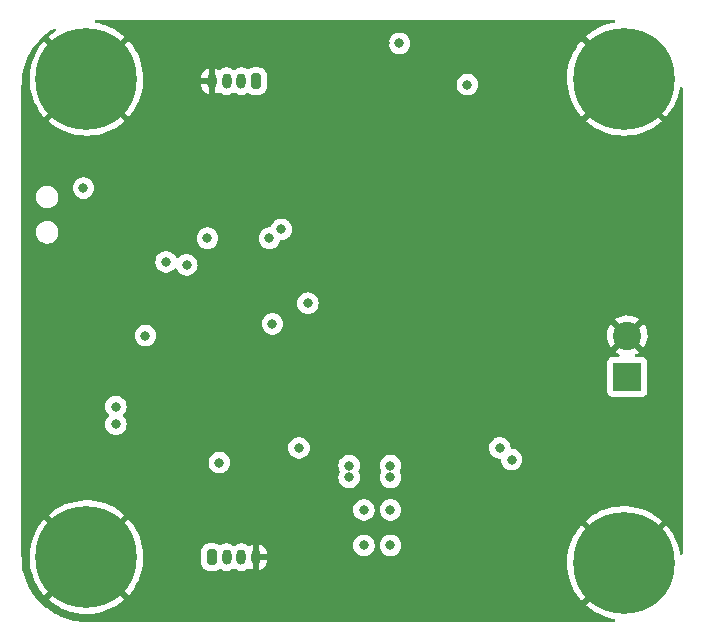
<source format=gbr>
%TF.GenerationSoftware,KiCad,Pcbnew,(6.0.1)*%
%TF.CreationDate,2022-05-20T16:10:24+03:00*%
%TF.ProjectId,STM32_based_project,53544d33-325f-4626-9173-65645f70726f,rev?*%
%TF.SameCoordinates,Original*%
%TF.FileFunction,Copper,L2,Inr*%
%TF.FilePolarity,Positive*%
%FSLAX46Y46*%
G04 Gerber Fmt 4.6, Leading zero omitted, Abs format (unit mm)*
G04 Created by KiCad (PCBNEW (6.0.1)) date 2022-05-20 16:10:24*
%MOMM*%
%LPD*%
G01*
G04 APERTURE LIST*
G04 Aperture macros list*
%AMRoundRect*
0 Rectangle with rounded corners*
0 $1 Rounding radius*
0 $2 $3 $4 $5 $6 $7 $8 $9 X,Y pos of 4 corners*
0 Add a 4 corners polygon primitive as box body*
4,1,4,$2,$3,$4,$5,$6,$7,$8,$9,$2,$3,0*
0 Add four circle primitives for the rounded corners*
1,1,$1+$1,$2,$3*
1,1,$1+$1,$4,$5*
1,1,$1+$1,$6,$7*
1,1,$1+$1,$8,$9*
0 Add four rect primitives between the rounded corners*
20,1,$1+$1,$2,$3,$4,$5,0*
20,1,$1+$1,$4,$5,$6,$7,0*
20,1,$1+$1,$6,$7,$8,$9,0*
20,1,$1+$1,$8,$9,$2,$3,0*%
G04 Aperture macros list end*
%TA.AperFunction,ComponentPad*%
%ADD10C,0.900000*%
%TD*%
%TA.AperFunction,ComponentPad*%
%ADD11C,8.600000*%
%TD*%
%TA.AperFunction,ComponentPad*%
%ADD12RoundRect,0.200000X0.200000X0.450000X-0.200000X0.450000X-0.200000X-0.450000X0.200000X-0.450000X0*%
%TD*%
%TA.AperFunction,ComponentPad*%
%ADD13O,0.800000X1.300000*%
%TD*%
%TA.AperFunction,ComponentPad*%
%ADD14R,2.400000X2.400000*%
%TD*%
%TA.AperFunction,ComponentPad*%
%ADD15C,2.400000*%
%TD*%
%TA.AperFunction,ComponentPad*%
%ADD16RoundRect,0.200000X-0.200000X-0.450000X0.200000X-0.450000X0.200000X0.450000X-0.200000X0.450000X0*%
%TD*%
%TA.AperFunction,ViaPad*%
%ADD17C,0.800000*%
%TD*%
G04 APERTURE END LIST*
D10*
%TO.N,GND*%
%TO.C,H2*%
X132780419Y-69780419D03*
X133725000Y-67500000D03*
X128219581Y-69780419D03*
D11*
X130500000Y-67500000D03*
D10*
X130500000Y-70725000D03*
X132780419Y-65219581D03*
X128219581Y-65219581D03*
X127275000Y-67500000D03*
X130500000Y-64275000D03*
%TD*%
D11*
%TO.N,GND*%
%TO.C,H3*%
X85000000Y-67500000D03*
D10*
X82719581Y-65219581D03*
X85000000Y-70725000D03*
X87280419Y-65219581D03*
X81775000Y-67500000D03*
X88225000Y-67500000D03*
X87280419Y-69780419D03*
X82719581Y-69780419D03*
X85000000Y-64275000D03*
%TD*%
%TO.N,GND*%
%TO.C,H1*%
X82719581Y-110280419D03*
X87280419Y-110280419D03*
X85000000Y-104775000D03*
X81775000Y-108000000D03*
D11*
X85000000Y-108000000D03*
D10*
X87280419Y-105719581D03*
X82719581Y-105719581D03*
X85000000Y-111225000D03*
X88225000Y-108000000D03*
%TD*%
D11*
%TO.N,GND*%
%TO.C,H4*%
X130500000Y-108500000D03*
D10*
X132780419Y-110780419D03*
X130500000Y-105275000D03*
X128219581Y-106219581D03*
X130500000Y-111725000D03*
X133725000Y-108500000D03*
X128219581Y-110780419D03*
X132780419Y-106219581D03*
X127275000Y-108500000D03*
%TD*%
D12*
%TO.N,+3V3*%
%TO.C,J4*%
X99375000Y-67700000D03*
D13*
%TO.N,I2C1_SCL*%
X98125000Y-67700000D03*
%TO.N,I2C1_SDA*%
X96875000Y-67700000D03*
%TO.N,GND*%
X95625000Y-67700000D03*
%TD*%
D14*
%TO.N,+12V*%
%TO.C,J1*%
X130800000Y-92750000D03*
D15*
%TO.N,GND*%
X130800000Y-89250000D03*
%TD*%
D16*
%TO.N,+3V3*%
%TO.C,J3*%
X95625000Y-108000000D03*
D13*
%TO.N,UART3_TX*%
X96875000Y-108000000D03*
%TO.N,UART3_RX*%
X98125000Y-108000000D03*
%TO.N,GND*%
X99375000Y-108000000D03*
%TD*%
D17*
%TO.N,GND*%
X114000000Y-92500000D03*
X113500000Y-104500000D03*
X129750000Y-76000000D03*
X113500000Y-103250000D03*
X104750000Y-100000000D03*
X84000000Y-92000000D03*
X124000000Y-92250000D03*
X93750000Y-100000000D03*
X90000000Y-86800000D03*
X121000000Y-91500000D03*
X106000000Y-85250000D03*
X128742714Y-76988615D03*
X89000000Y-92750000D03*
X114000000Y-91500000D03*
X90000000Y-92750000D03*
X113500000Y-107750000D03*
X124000000Y-85750000D03*
X84750000Y-81250000D03*
X129750000Y-77000000D03*
X126000000Y-97250000D03*
X110250000Y-64500000D03*
X128750000Y-76000000D03*
X119000000Y-91500000D03*
X109000000Y-64500000D03*
X125000000Y-96250000D03*
X126000000Y-76250000D03*
X124000000Y-88250000D03*
X113500000Y-106000000D03*
X95250000Y-84000000D03*
X85000000Y-94000000D03*
X106500000Y-64500000D03*
X87500000Y-87750000D03*
X90000000Y-97250000D03*
X88250000Y-89500000D03*
X105250000Y-98000000D03*
X117250000Y-70000000D03*
X117000000Y-96200000D03*
X116996508Y-99496002D03*
X117000000Y-98500000D03*
X89250000Y-84000000D03*
X105000000Y-84750000D03*
X125000000Y-93250000D03*
%TO.N,+3V3*%
X95250000Y-81000000D03*
X110750000Y-107000000D03*
X107250000Y-100250000D03*
X117250000Y-68000000D03*
X108500000Y-107000000D03*
X110750000Y-104000000D03*
X91750000Y-83000000D03*
X103750000Y-86500000D03*
X87500000Y-96750000D03*
X107250000Y-101250000D03*
X93500000Y-83250000D03*
X120000000Y-98750000D03*
X111500000Y-64500000D03*
X110750000Y-100250000D03*
X96250000Y-100000000D03*
X108500000Y-104000000D03*
X87500000Y-95250000D03*
X110750000Y-101250000D03*
X103000000Y-98750000D03*
X84750000Y-76750000D03*
X90000000Y-89250000D03*
X100500000Y-81000000D03*
X121000000Y-99750000D03*
%TO.N,NRST*%
X101500000Y-80250000D03*
X100750000Y-88250000D03*
%TD*%
%TA.AperFunction,Conductor*%
%TO.N,GND*%
G36*
X129751276Y-62528002D02*
G01*
X129797769Y-62581658D01*
X129807873Y-62651932D01*
X129778379Y-62716512D01*
X129718653Y-62754896D01*
X129703842Y-62758290D01*
X129502128Y-62791864D01*
X129496631Y-62793032D01*
X129087547Y-62899209D01*
X129082181Y-62900861D01*
X128684153Y-63042983D01*
X128678965Y-63045100D01*
X128295133Y-63222050D01*
X128290164Y-63224614D01*
X127923581Y-63434984D01*
X127918848Y-63437987D01*
X127572420Y-63680109D01*
X127567979Y-63683517D01*
X127296476Y-63911739D01*
X127288031Y-63924456D01*
X127294139Y-63934929D01*
X127693493Y-64334283D01*
X128219580Y-64860371D01*
X129104878Y-65745668D01*
X132780419Y-69421209D01*
X133665717Y-70306506D01*
X134062145Y-70702934D01*
X134075903Y-70710446D01*
X134085263Y-70703989D01*
X134254244Y-70511303D01*
X134257744Y-70506935D01*
X134507073Y-70165645D01*
X134510168Y-70160987D01*
X134728160Y-69798903D01*
X134730841Y-69793964D01*
X134915779Y-69413946D01*
X134918014Y-69408780D01*
X135068442Y-69013815D01*
X135070201Y-69008496D01*
X135184921Y-68601728D01*
X135186204Y-68596259D01*
X135242170Y-68298642D01*
X135274417Y-68235391D01*
X135335741Y-68199615D01*
X135406672Y-68202673D01*
X135464689Y-68243593D01*
X135491374Y-68309384D01*
X135492000Y-68321928D01*
X135492000Y-107663249D01*
X135471998Y-107731370D01*
X135418342Y-107777863D01*
X135348068Y-107787967D01*
X135283488Y-107758473D01*
X135245104Y-107698747D01*
X135241121Y-107680022D01*
X135237155Y-107650499D01*
X135236162Y-107644976D01*
X135142883Y-107232748D01*
X135141410Y-107227361D01*
X135011847Y-106825025D01*
X135009910Y-106819815D01*
X134845098Y-106430599D01*
X134842683Y-106425536D01*
X134643936Y-106052535D01*
X134641085Y-106047713D01*
X134409974Y-105693865D01*
X134406692Y-105689297D01*
X134145030Y-105357380D01*
X134141382Y-105353155D01*
X134088103Y-105296715D01*
X134074389Y-105288705D01*
X134073517Y-105288742D01*
X134065438Y-105293772D01*
X133665717Y-105693493D01*
X132780419Y-106578790D01*
X132254332Y-107104878D01*
X129104879Y-110254331D01*
X128219581Y-111139628D01*
X127693494Y-111665716D01*
X127296736Y-112062474D01*
X127289122Y-112076418D01*
X127289171Y-112077110D01*
X127294617Y-112085274D01*
X127372268Y-112157812D01*
X127376507Y-112161433D01*
X127709802Y-112421363D01*
X127714359Y-112424602D01*
X128069448Y-112653880D01*
X128074250Y-112656686D01*
X128448316Y-112853491D01*
X128453374Y-112855871D01*
X128843435Y-113018638D01*
X128848690Y-113020561D01*
X129251676Y-113148008D01*
X129257075Y-113149455D01*
X129669796Y-113240575D01*
X129677255Y-113241877D01*
X129740921Y-113273295D01*
X129777495Y-113334146D01*
X129775364Y-113405111D01*
X129735205Y-113463658D01*
X129669768Y-113491200D01*
X129655588Y-113492000D01*
X85049328Y-113492000D01*
X85029943Y-113490500D01*
X85015142Y-113488195D01*
X85015139Y-113488195D01*
X85006270Y-113486814D01*
X84985361Y-113489548D01*
X84963824Y-113490504D01*
X84774907Y-113482690D01*
X84551680Y-113473457D01*
X84541302Y-113472597D01*
X84265547Y-113438224D01*
X84101215Y-113417740D01*
X84090950Y-113416028D01*
X83923539Y-113380925D01*
X83656899Y-113325016D01*
X83646804Y-113322460D01*
X83221740Y-113195914D01*
X83211890Y-113192532D01*
X82953531Y-113091720D01*
X82798739Y-113031319D01*
X82789218Y-113027144D01*
X82390777Y-112832358D01*
X82381621Y-112827403D01*
X82000641Y-112600389D01*
X81991922Y-112594693D01*
X81630988Y-112336990D01*
X81622770Y-112330594D01*
X81284335Y-112043955D01*
X81276674Y-112036901D01*
X80963099Y-111723326D01*
X80956045Y-111715665D01*
X80838109Y-111576418D01*
X81789122Y-111576418D01*
X81789171Y-111577110D01*
X81794617Y-111585274D01*
X81872268Y-111657812D01*
X81876507Y-111661433D01*
X82209802Y-111921363D01*
X82214359Y-111924602D01*
X82569448Y-112153880D01*
X82574250Y-112156686D01*
X82948316Y-112353491D01*
X82953374Y-112355871D01*
X83343435Y-112518638D01*
X83348690Y-112520561D01*
X83751676Y-112648008D01*
X83757075Y-112649455D01*
X84169796Y-112740575D01*
X84175307Y-112741537D01*
X84594501Y-112795610D01*
X84600064Y-112796077D01*
X85022405Y-112812670D01*
X85027997Y-112812641D01*
X85450125Y-112791626D01*
X85455708Y-112791098D01*
X85874305Y-112732640D01*
X85879792Y-112731623D01*
X86291543Y-112636185D01*
X86296929Y-112634681D01*
X86698567Y-112503018D01*
X86703784Y-112501046D01*
X87092126Y-112334202D01*
X87097169Y-112331764D01*
X87469131Y-112131063D01*
X87473935Y-112128188D01*
X87826563Y-111895231D01*
X87831126Y-111891916D01*
X88161658Y-111628529D01*
X88165873Y-111624852D01*
X88203823Y-111588649D01*
X88211763Y-111574890D01*
X88211713Y-111573843D01*
X88206822Y-111566032D01*
X87806507Y-111165717D01*
X86921210Y-110280419D01*
X86395122Y-109754332D01*
X85012812Y-108372022D01*
X84998868Y-108364408D01*
X84997035Y-108364539D01*
X84990420Y-108368790D01*
X83604879Y-109754331D01*
X82719581Y-110639628D01*
X82193494Y-111165716D01*
X81796736Y-111562474D01*
X81789122Y-111576418D01*
X80838109Y-111576418D01*
X80669406Y-111377230D01*
X80663010Y-111369012D01*
X80405307Y-111008078D01*
X80399611Y-110999359D01*
X80225683Y-110707469D01*
X80172596Y-110618377D01*
X80167641Y-110609221D01*
X80055241Y-110379303D01*
X79972856Y-110210782D01*
X79968677Y-110201253D01*
X79807468Y-109788110D01*
X79804086Y-109778260D01*
X79677540Y-109353196D01*
X79674984Y-109343101D01*
X79592313Y-108948828D01*
X79583972Y-108909050D01*
X79582259Y-108898781D01*
X79569873Y-108799410D01*
X79542531Y-108580062D01*
X79527403Y-108458698D01*
X79526543Y-108448320D01*
X79509805Y-108043639D01*
X79511197Y-108019049D01*
X79511804Y-108015147D01*
X79511804Y-108015145D01*
X79513186Y-108006270D01*
X79511979Y-107997035D01*
X79509064Y-107974749D01*
X79508000Y-107958411D01*
X79508000Y-107876825D01*
X80188855Y-107876825D01*
X80196600Y-108299410D01*
X80196950Y-108304976D01*
X80242231Y-108725208D01*
X80243078Y-108730746D01*
X80325535Y-109145286D01*
X80326864Y-109150698D01*
X80445852Y-109556289D01*
X80447658Y-109561564D01*
X80602219Y-109954948D01*
X80604501Y-109960072D01*
X80793416Y-110338150D01*
X80796140Y-110343043D01*
X81017917Y-110702833D01*
X81021068Y-110707469D01*
X81273955Y-111046127D01*
X81277488Y-111050444D01*
X81413222Y-111201988D01*
X81426717Y-111210351D01*
X81436128Y-111204662D01*
X81834283Y-110806507D01*
X82719581Y-109921210D01*
X82745669Y-109895122D01*
X83245668Y-109395122D01*
X84627978Y-108012812D01*
X84634356Y-108001132D01*
X85364408Y-108001132D01*
X85364539Y-108002965D01*
X85368790Y-108009580D01*
X86754331Y-109395121D01*
X87254330Y-109895121D01*
X87280418Y-109921209D01*
X88165716Y-110806506D01*
X88562142Y-111202932D01*
X88575903Y-111210446D01*
X88585263Y-111203989D01*
X88754244Y-111011303D01*
X88757744Y-111006935D01*
X89007073Y-110665645D01*
X89010168Y-110660987D01*
X89228160Y-110298903D01*
X89230841Y-110293964D01*
X89415779Y-109913946D01*
X89418014Y-109908780D01*
X89568442Y-109513815D01*
X89570201Y-109508496D01*
X89684920Y-109101730D01*
X89686204Y-109096259D01*
X89764315Y-108680883D01*
X89765102Y-108675346D01*
X89806035Y-108254102D01*
X89806308Y-108249665D01*
X89812788Y-108002233D01*
X89812746Y-107997762D01*
X89793917Y-107574973D01*
X89793419Y-107569386D01*
X89783597Y-107496263D01*
X94716500Y-107496263D01*
X94716501Y-108001132D01*
X94716501Y-108506634D01*
X94716764Y-108509492D01*
X94716764Y-108509501D01*
X94720026Y-108545004D01*
X94723247Y-108580062D01*
X94725246Y-108586440D01*
X94725246Y-108586441D01*
X94770469Y-108730746D01*
X94774528Y-108743699D01*
X94863361Y-108890381D01*
X94984619Y-109011639D01*
X95131301Y-109100472D01*
X95138548Y-109102743D01*
X95138550Y-109102744D01*
X95181198Y-109116109D01*
X95294938Y-109151753D01*
X95368365Y-109158500D01*
X95371263Y-109158500D01*
X95625665Y-109158499D01*
X95881634Y-109158499D01*
X95884492Y-109158236D01*
X95884501Y-109158236D01*
X95920004Y-109154974D01*
X95955062Y-109151753D01*
X95975698Y-109145286D01*
X96111450Y-109102744D01*
X96111452Y-109102743D01*
X96118699Y-109100472D01*
X96255018Y-109017915D01*
X96323648Y-108999736D01*
X96394350Y-109023755D01*
X96412308Y-109036802D01*
X96418248Y-109041118D01*
X96424276Y-109043802D01*
X96424278Y-109043803D01*
X96571844Y-109109503D01*
X96592712Y-109118794D01*
X96686112Y-109138647D01*
X96773056Y-109157128D01*
X96773061Y-109157128D01*
X96779513Y-109158500D01*
X96970487Y-109158500D01*
X96976939Y-109157128D01*
X96976944Y-109157128D01*
X97063888Y-109138647D01*
X97157288Y-109118794D01*
X97178156Y-109109503D01*
X97325722Y-109043803D01*
X97325724Y-109043802D01*
X97331752Y-109041118D01*
X97337693Y-109036802D01*
X97425939Y-108972687D01*
X97492807Y-108948828D01*
X97561958Y-108964909D01*
X97574061Y-108972687D01*
X97662308Y-109036802D01*
X97668248Y-109041118D01*
X97674276Y-109043802D01*
X97674278Y-109043803D01*
X97821844Y-109109503D01*
X97842712Y-109118794D01*
X97936112Y-109138647D01*
X98023056Y-109157128D01*
X98023061Y-109157128D01*
X98029513Y-109158500D01*
X98220487Y-109158500D01*
X98226939Y-109157128D01*
X98226944Y-109157128D01*
X98313888Y-109138647D01*
X98407288Y-109118794D01*
X98428156Y-109109503D01*
X98575722Y-109043803D01*
X98575724Y-109043802D01*
X98581752Y-109041118D01*
X98676366Y-108972377D01*
X98743230Y-108948520D01*
X98812382Y-108964600D01*
X98824485Y-108972378D01*
X98913157Y-109036802D01*
X98924529Y-109043368D01*
X99086839Y-109115633D01*
X99099325Y-109119690D01*
X99103278Y-109120530D01*
X99117341Y-109119457D01*
X99121000Y-109109503D01*
X99121000Y-109106182D01*
X99629000Y-109106182D01*
X99632973Y-109119713D01*
X99643468Y-109121222D01*
X99650675Y-109119690D01*
X99663161Y-109115633D01*
X99825471Y-109043368D01*
X99836843Y-109036802D01*
X99980574Y-108932376D01*
X99990337Y-108923585D01*
X100109214Y-108791558D01*
X100116938Y-108780927D01*
X100205765Y-108627074D01*
X100211111Y-108615066D01*
X100266011Y-108446102D01*
X100268741Y-108433261D01*
X100274672Y-108376825D01*
X125688855Y-108376825D01*
X125696600Y-108799410D01*
X125696950Y-108804976D01*
X125742231Y-109225208D01*
X125743078Y-109230746D01*
X125825535Y-109645286D01*
X125826864Y-109650698D01*
X125945852Y-110056289D01*
X125947658Y-110061564D01*
X126102219Y-110454948D01*
X126104501Y-110460072D01*
X126293416Y-110838150D01*
X126296140Y-110843043D01*
X126517917Y-111202833D01*
X126521068Y-111207469D01*
X126773955Y-111546127D01*
X126777488Y-111550444D01*
X126913222Y-111701988D01*
X126926717Y-111710351D01*
X126936128Y-111704662D01*
X127334283Y-111306507D01*
X128219581Y-110421210D01*
X128300133Y-110340658D01*
X128745668Y-109895122D01*
X130127978Y-108512812D01*
X130135592Y-108498868D01*
X130135461Y-108497035D01*
X130131210Y-108490420D01*
X128745669Y-107104879D01*
X127860372Y-106219581D01*
X127334284Y-105693494D01*
X126935561Y-105294771D01*
X126922253Y-105287504D01*
X126912214Y-105294626D01*
X126668223Y-105587994D01*
X126664828Y-105592467D01*
X126424528Y-105940152D01*
X126421549Y-105944902D01*
X126213106Y-106312575D01*
X126210562Y-106317568D01*
X126035629Y-106702312D01*
X126033538Y-106707511D01*
X125893498Y-107106290D01*
X125891877Y-107111659D01*
X125787840Y-107521303D01*
X125786706Y-107526776D01*
X125719496Y-107944054D01*
X125718851Y-107949632D01*
X125689002Y-108371204D01*
X125688855Y-108376825D01*
X100274672Y-108376825D01*
X100282656Y-108300862D01*
X100283000Y-108294302D01*
X100283000Y-108272115D01*
X100278525Y-108256876D01*
X100277135Y-108255671D01*
X100269452Y-108254000D01*
X99647115Y-108254000D01*
X99631876Y-108258475D01*
X99630671Y-108259865D01*
X99629000Y-108267548D01*
X99629000Y-109106182D01*
X99121000Y-109106182D01*
X99121000Y-107727885D01*
X99629000Y-107727885D01*
X99633475Y-107743124D01*
X99634865Y-107744329D01*
X99642548Y-107746000D01*
X100264885Y-107746000D01*
X100280124Y-107741525D01*
X100281329Y-107740135D01*
X100283000Y-107732452D01*
X100283000Y-107705698D01*
X100282656Y-107699138D01*
X100268741Y-107566739D01*
X100266011Y-107553898D01*
X100211111Y-107384934D01*
X100205765Y-107372926D01*
X100116938Y-107219073D01*
X100109214Y-107208442D01*
X99990337Y-107076415D01*
X99980574Y-107067624D01*
X99887497Y-107000000D01*
X107586496Y-107000000D01*
X107587186Y-107006565D01*
X107598701Y-107116120D01*
X107606458Y-107189928D01*
X107665473Y-107371556D01*
X107760960Y-107536944D01*
X107765378Y-107541851D01*
X107765379Y-107541852D01*
X107790171Y-107569386D01*
X107888747Y-107678866D01*
X108043248Y-107791118D01*
X108049276Y-107793802D01*
X108049278Y-107793803D01*
X108211681Y-107866109D01*
X108217712Y-107868794D01*
X108311112Y-107888647D01*
X108398056Y-107907128D01*
X108398061Y-107907128D01*
X108404513Y-107908500D01*
X108595487Y-107908500D01*
X108601939Y-107907128D01*
X108601944Y-107907128D01*
X108688888Y-107888647D01*
X108782288Y-107868794D01*
X108788319Y-107866109D01*
X108950722Y-107793803D01*
X108950724Y-107793802D01*
X108956752Y-107791118D01*
X109111253Y-107678866D01*
X109209829Y-107569386D01*
X109234621Y-107541852D01*
X109234622Y-107541851D01*
X109239040Y-107536944D01*
X109334527Y-107371556D01*
X109393542Y-107189928D01*
X109401300Y-107116120D01*
X109412814Y-107006565D01*
X109413504Y-107000000D01*
X109836496Y-107000000D01*
X109837186Y-107006565D01*
X109848701Y-107116120D01*
X109856458Y-107189928D01*
X109915473Y-107371556D01*
X110010960Y-107536944D01*
X110015378Y-107541851D01*
X110015379Y-107541852D01*
X110040171Y-107569386D01*
X110138747Y-107678866D01*
X110293248Y-107791118D01*
X110299276Y-107793802D01*
X110299278Y-107793803D01*
X110461681Y-107866109D01*
X110467712Y-107868794D01*
X110561112Y-107888647D01*
X110648056Y-107907128D01*
X110648061Y-107907128D01*
X110654513Y-107908500D01*
X110845487Y-107908500D01*
X110851939Y-107907128D01*
X110851944Y-107907128D01*
X110938888Y-107888647D01*
X111032288Y-107868794D01*
X111038319Y-107866109D01*
X111200722Y-107793803D01*
X111200724Y-107793802D01*
X111206752Y-107791118D01*
X111361253Y-107678866D01*
X111459829Y-107569386D01*
X111484621Y-107541852D01*
X111484622Y-107541851D01*
X111489040Y-107536944D01*
X111584527Y-107371556D01*
X111643542Y-107189928D01*
X111651300Y-107116120D01*
X111662814Y-107006565D01*
X111663504Y-107000000D01*
X111651301Y-106883891D01*
X111644232Y-106816635D01*
X111644232Y-106816633D01*
X111643542Y-106810072D01*
X111584527Y-106628444D01*
X111489040Y-106463056D01*
X111361253Y-106321134D01*
X111206752Y-106208882D01*
X111200724Y-106206198D01*
X111200722Y-106206197D01*
X111038319Y-106133891D01*
X111038318Y-106133891D01*
X111032288Y-106131206D01*
X110938888Y-106111353D01*
X110851944Y-106092872D01*
X110851939Y-106092872D01*
X110845487Y-106091500D01*
X110654513Y-106091500D01*
X110648061Y-106092872D01*
X110648056Y-106092872D01*
X110561113Y-106111353D01*
X110467712Y-106131206D01*
X110461682Y-106133891D01*
X110461681Y-106133891D01*
X110299278Y-106206197D01*
X110299276Y-106206198D01*
X110293248Y-106208882D01*
X110138747Y-106321134D01*
X110010960Y-106463056D01*
X109915473Y-106628444D01*
X109856458Y-106810072D01*
X109855768Y-106816633D01*
X109855768Y-106816635D01*
X109848699Y-106883891D01*
X109836496Y-107000000D01*
X109413504Y-107000000D01*
X109401301Y-106883891D01*
X109394232Y-106816635D01*
X109394232Y-106816633D01*
X109393542Y-106810072D01*
X109334527Y-106628444D01*
X109239040Y-106463056D01*
X109111253Y-106321134D01*
X108956752Y-106208882D01*
X108950724Y-106206198D01*
X108950722Y-106206197D01*
X108788319Y-106133891D01*
X108788318Y-106133891D01*
X108782288Y-106131206D01*
X108688888Y-106111353D01*
X108601944Y-106092872D01*
X108601939Y-106092872D01*
X108595487Y-106091500D01*
X108404513Y-106091500D01*
X108398061Y-106092872D01*
X108398056Y-106092872D01*
X108311113Y-106111353D01*
X108217712Y-106131206D01*
X108211682Y-106133891D01*
X108211681Y-106133891D01*
X108049278Y-106206197D01*
X108049276Y-106206198D01*
X108043248Y-106208882D01*
X107888747Y-106321134D01*
X107760960Y-106463056D01*
X107665473Y-106628444D01*
X107606458Y-106810072D01*
X107605768Y-106816633D01*
X107605768Y-106816635D01*
X107598699Y-106883891D01*
X107586496Y-107000000D01*
X99887497Y-107000000D01*
X99836843Y-106963198D01*
X99825471Y-106956632D01*
X99663161Y-106884367D01*
X99650675Y-106880310D01*
X99646722Y-106879470D01*
X99632659Y-106880543D01*
X99629000Y-106890497D01*
X99629000Y-107727885D01*
X99121000Y-107727885D01*
X99121000Y-106893818D01*
X99117027Y-106880287D01*
X99106532Y-106878778D01*
X99099325Y-106880310D01*
X99086839Y-106884367D01*
X98924529Y-106956632D01*
X98913157Y-106963198D01*
X98824485Y-107027622D01*
X98757617Y-107051481D01*
X98688466Y-107035400D01*
X98676380Y-107027634D01*
X98581752Y-106958882D01*
X98575724Y-106956198D01*
X98575722Y-106956197D01*
X98413319Y-106883891D01*
X98413318Y-106883891D01*
X98407288Y-106881206D01*
X98313887Y-106861353D01*
X98226944Y-106842872D01*
X98226939Y-106842872D01*
X98220487Y-106841500D01*
X98029513Y-106841500D01*
X98023061Y-106842872D01*
X98023056Y-106842872D01*
X97936112Y-106861353D01*
X97842712Y-106881206D01*
X97836682Y-106883891D01*
X97836681Y-106883891D01*
X97674278Y-106956197D01*
X97674276Y-106956198D01*
X97668248Y-106958882D01*
X97662907Y-106962762D01*
X97662906Y-106962763D01*
X97574061Y-107027313D01*
X97507193Y-107051172D01*
X97438042Y-107035091D01*
X97425939Y-107027313D01*
X97337094Y-106962763D01*
X97337093Y-106962762D01*
X97331752Y-106958882D01*
X97325724Y-106956198D01*
X97325722Y-106956197D01*
X97163319Y-106883891D01*
X97163318Y-106883891D01*
X97157288Y-106881206D01*
X97063887Y-106861353D01*
X96976944Y-106842872D01*
X96976939Y-106842872D01*
X96970487Y-106841500D01*
X96779513Y-106841500D01*
X96773061Y-106842872D01*
X96773056Y-106842872D01*
X96686112Y-106861353D01*
X96592712Y-106881206D01*
X96586682Y-106883891D01*
X96586681Y-106883891D01*
X96424278Y-106956197D01*
X96424276Y-106956198D01*
X96418248Y-106958882D01*
X96412908Y-106962762D01*
X96412906Y-106962763D01*
X96394350Y-106976245D01*
X96327482Y-107000103D01*
X96255018Y-106982085D01*
X96245375Y-106976245D01*
X96118699Y-106899528D01*
X96111452Y-106897257D01*
X96111450Y-106897256D01*
X96045164Y-106876483D01*
X95955062Y-106848247D01*
X95881635Y-106841500D01*
X95878737Y-106841500D01*
X95624335Y-106841501D01*
X95368366Y-106841501D01*
X95365508Y-106841764D01*
X95365499Y-106841764D01*
X95329996Y-106845026D01*
X95294938Y-106848247D01*
X95288560Y-106850246D01*
X95288559Y-106850246D01*
X95138550Y-106897256D01*
X95138548Y-106897257D01*
X95131301Y-106899528D01*
X94984619Y-106988361D01*
X94863361Y-107109619D01*
X94774528Y-107256301D01*
X94723247Y-107419938D01*
X94716500Y-107493365D01*
X94716500Y-107496263D01*
X89783597Y-107496263D01*
X89737155Y-107150499D01*
X89736162Y-107144976D01*
X89642883Y-106732748D01*
X89641410Y-106727361D01*
X89511847Y-106325025D01*
X89509910Y-106319815D01*
X89345098Y-105930599D01*
X89342683Y-105925536D01*
X89143936Y-105552535D01*
X89141085Y-105547713D01*
X88909974Y-105193865D01*
X88906692Y-105189297D01*
X88697908Y-104924456D01*
X127288031Y-104924456D01*
X127294139Y-104934929D01*
X127693493Y-105334283D01*
X128174223Y-105815014D01*
X128219580Y-105860371D01*
X129104878Y-106745668D01*
X130487188Y-108127978D01*
X130501132Y-108135592D01*
X130502965Y-108135461D01*
X130509580Y-108131210D01*
X131895121Y-106745669D01*
X132780419Y-105860372D01*
X132825776Y-105815015D01*
X133306506Y-105334284D01*
X133702754Y-104938036D01*
X133710316Y-104924187D01*
X133703987Y-104914962D01*
X133530928Y-104761582D01*
X133526561Y-104758046D01*
X133186600Y-104506948D01*
X133181947Y-104503821D01*
X132820995Y-104283926D01*
X132816094Y-104281232D01*
X132437027Y-104094297D01*
X132431904Y-104092048D01*
X132037707Y-103939545D01*
X132032417Y-103937765D01*
X131626218Y-103820904D01*
X131620794Y-103819602D01*
X131205822Y-103739316D01*
X131200293Y-103738500D01*
X130779828Y-103695420D01*
X130774247Y-103695098D01*
X130351635Y-103689566D01*
X130346024Y-103689742D01*
X129924593Y-103721800D01*
X129919036Y-103722472D01*
X129502128Y-103791864D01*
X129496631Y-103793032D01*
X129087547Y-103899209D01*
X129082181Y-103900861D01*
X128684153Y-104042983D01*
X128678965Y-104045100D01*
X128295133Y-104222050D01*
X128290164Y-104224614D01*
X127923581Y-104434984D01*
X127918848Y-104437987D01*
X127572420Y-104680109D01*
X127567979Y-104683517D01*
X127296476Y-104911739D01*
X127288031Y-104924456D01*
X88697908Y-104924456D01*
X88645030Y-104857380D01*
X88641382Y-104853155D01*
X88588103Y-104796715D01*
X88574389Y-104788705D01*
X88573517Y-104788742D01*
X88565438Y-104793772D01*
X88165717Y-105193493D01*
X87280419Y-106078790D01*
X86754332Y-106604878D01*
X85372022Y-107987188D01*
X85364408Y-108001132D01*
X84634356Y-108001132D01*
X84635592Y-107998868D01*
X84635461Y-107997035D01*
X84631210Y-107990420D01*
X83245669Y-106604879D01*
X82360372Y-105719581D01*
X81834284Y-105193494D01*
X81435561Y-104794771D01*
X81422253Y-104787504D01*
X81412214Y-104794626D01*
X81168223Y-105087994D01*
X81164828Y-105092467D01*
X80924528Y-105440152D01*
X80921549Y-105444902D01*
X80713106Y-105812575D01*
X80710562Y-105817568D01*
X80535629Y-106202312D01*
X80533538Y-106207511D01*
X80393498Y-106606290D01*
X80391877Y-106611659D01*
X80287840Y-107021303D01*
X80286706Y-107026776D01*
X80219496Y-107444054D01*
X80218851Y-107449632D01*
X80189002Y-107871204D01*
X80188855Y-107876825D01*
X79508000Y-107876825D01*
X79508000Y-104424456D01*
X81788031Y-104424456D01*
X81794139Y-104434929D01*
X82193493Y-104834283D01*
X82693492Y-105334283D01*
X82719580Y-105360371D01*
X83604878Y-106245668D01*
X84987188Y-107627978D01*
X85001132Y-107635592D01*
X85002965Y-107635461D01*
X85009580Y-107631210D01*
X86395121Y-106245669D01*
X87280419Y-105360372D01*
X87306507Y-105334284D01*
X87806506Y-104834284D01*
X88202754Y-104438036D01*
X88210316Y-104424187D01*
X88203987Y-104414962D01*
X88030928Y-104261582D01*
X88026561Y-104258046D01*
X87686600Y-104006948D01*
X87681947Y-104003821D01*
X87675675Y-104000000D01*
X107586496Y-104000000D01*
X107587186Y-104006565D01*
X107596171Y-104092048D01*
X107606458Y-104189928D01*
X107665473Y-104371556D01*
X107668776Y-104377278D01*
X107668777Y-104377279D01*
X107695860Y-104424187D01*
X107760960Y-104536944D01*
X107888747Y-104678866D01*
X108043248Y-104791118D01*
X108049276Y-104793802D01*
X108049278Y-104793803D01*
X108211681Y-104866109D01*
X108217712Y-104868794D01*
X108311112Y-104888647D01*
X108398056Y-104907128D01*
X108398061Y-104907128D01*
X108404513Y-104908500D01*
X108595487Y-104908500D01*
X108601939Y-104907128D01*
X108601944Y-104907128D01*
X108688888Y-104888647D01*
X108782288Y-104868794D01*
X108788319Y-104866109D01*
X108950722Y-104793803D01*
X108950724Y-104793802D01*
X108956752Y-104791118D01*
X109111253Y-104678866D01*
X109239040Y-104536944D01*
X109304140Y-104424187D01*
X109331223Y-104377279D01*
X109331224Y-104377278D01*
X109334527Y-104371556D01*
X109393542Y-104189928D01*
X109403830Y-104092048D01*
X109412814Y-104006565D01*
X109413504Y-104000000D01*
X109836496Y-104000000D01*
X109837186Y-104006565D01*
X109846171Y-104092048D01*
X109856458Y-104189928D01*
X109915473Y-104371556D01*
X109918776Y-104377278D01*
X109918777Y-104377279D01*
X109945860Y-104424187D01*
X110010960Y-104536944D01*
X110138747Y-104678866D01*
X110293248Y-104791118D01*
X110299276Y-104793802D01*
X110299278Y-104793803D01*
X110461681Y-104866109D01*
X110467712Y-104868794D01*
X110561112Y-104888647D01*
X110648056Y-104907128D01*
X110648061Y-104907128D01*
X110654513Y-104908500D01*
X110845487Y-104908500D01*
X110851939Y-104907128D01*
X110851944Y-104907128D01*
X110938888Y-104888647D01*
X111032288Y-104868794D01*
X111038319Y-104866109D01*
X111200722Y-104793803D01*
X111200724Y-104793802D01*
X111206752Y-104791118D01*
X111361253Y-104678866D01*
X111489040Y-104536944D01*
X111554140Y-104424187D01*
X111581223Y-104377279D01*
X111581224Y-104377278D01*
X111584527Y-104371556D01*
X111643542Y-104189928D01*
X111653830Y-104092048D01*
X111662814Y-104006565D01*
X111663504Y-104000000D01*
X111652911Y-103899209D01*
X111644232Y-103816635D01*
X111644232Y-103816633D01*
X111643542Y-103810072D01*
X111584527Y-103628444D01*
X111489040Y-103463056D01*
X111433040Y-103400861D01*
X111365675Y-103326045D01*
X111365674Y-103326044D01*
X111361253Y-103321134D01*
X111206752Y-103208882D01*
X111200724Y-103206198D01*
X111200722Y-103206197D01*
X111038319Y-103133891D01*
X111038318Y-103133891D01*
X111032288Y-103131206D01*
X110938888Y-103111353D01*
X110851944Y-103092872D01*
X110851939Y-103092872D01*
X110845487Y-103091500D01*
X110654513Y-103091500D01*
X110648061Y-103092872D01*
X110648056Y-103092872D01*
X110561112Y-103111353D01*
X110467712Y-103131206D01*
X110461682Y-103133891D01*
X110461681Y-103133891D01*
X110299278Y-103206197D01*
X110299276Y-103206198D01*
X110293248Y-103208882D01*
X110138747Y-103321134D01*
X110134326Y-103326044D01*
X110134325Y-103326045D01*
X110066961Y-103400861D01*
X110010960Y-103463056D01*
X109915473Y-103628444D01*
X109856458Y-103810072D01*
X109855768Y-103816633D01*
X109855768Y-103816635D01*
X109847089Y-103899209D01*
X109836496Y-104000000D01*
X109413504Y-104000000D01*
X109402911Y-103899209D01*
X109394232Y-103816635D01*
X109394232Y-103816633D01*
X109393542Y-103810072D01*
X109334527Y-103628444D01*
X109239040Y-103463056D01*
X109183040Y-103400861D01*
X109115675Y-103326045D01*
X109115674Y-103326044D01*
X109111253Y-103321134D01*
X108956752Y-103208882D01*
X108950724Y-103206198D01*
X108950722Y-103206197D01*
X108788319Y-103133891D01*
X108788318Y-103133891D01*
X108782288Y-103131206D01*
X108688888Y-103111353D01*
X108601944Y-103092872D01*
X108601939Y-103092872D01*
X108595487Y-103091500D01*
X108404513Y-103091500D01*
X108398061Y-103092872D01*
X108398056Y-103092872D01*
X108311112Y-103111353D01*
X108217712Y-103131206D01*
X108211682Y-103133891D01*
X108211681Y-103133891D01*
X108049278Y-103206197D01*
X108049276Y-103206198D01*
X108043248Y-103208882D01*
X107888747Y-103321134D01*
X107884326Y-103326044D01*
X107884325Y-103326045D01*
X107816961Y-103400861D01*
X107760960Y-103463056D01*
X107665473Y-103628444D01*
X107606458Y-103810072D01*
X107605768Y-103816633D01*
X107605768Y-103816635D01*
X107597089Y-103899209D01*
X107586496Y-104000000D01*
X87675675Y-104000000D01*
X87320995Y-103783926D01*
X87316094Y-103781232D01*
X86937027Y-103594297D01*
X86931904Y-103592048D01*
X86537707Y-103439545D01*
X86532417Y-103437765D01*
X86126218Y-103320904D01*
X86120794Y-103319602D01*
X85705822Y-103239316D01*
X85700293Y-103238500D01*
X85279828Y-103195420D01*
X85274247Y-103195098D01*
X84851635Y-103189566D01*
X84846024Y-103189742D01*
X84424593Y-103221800D01*
X84419036Y-103222472D01*
X84002128Y-103291864D01*
X83996631Y-103293032D01*
X83587547Y-103399209D01*
X83582181Y-103400861D01*
X83184153Y-103542983D01*
X83178965Y-103545100D01*
X82795133Y-103722050D01*
X82790164Y-103724614D01*
X82423581Y-103934984D01*
X82418848Y-103937987D01*
X82072420Y-104180109D01*
X82067979Y-104183517D01*
X81796476Y-104411739D01*
X81788031Y-104424456D01*
X79508000Y-104424456D01*
X79508000Y-101250000D01*
X106336496Y-101250000D01*
X106356458Y-101439928D01*
X106415473Y-101621556D01*
X106510960Y-101786944D01*
X106638747Y-101928866D01*
X106793248Y-102041118D01*
X106799276Y-102043802D01*
X106799278Y-102043803D01*
X106961681Y-102116109D01*
X106967712Y-102118794D01*
X107061113Y-102138647D01*
X107148056Y-102157128D01*
X107148061Y-102157128D01*
X107154513Y-102158500D01*
X107345487Y-102158500D01*
X107351939Y-102157128D01*
X107351944Y-102157128D01*
X107438887Y-102138647D01*
X107532288Y-102118794D01*
X107538319Y-102116109D01*
X107700722Y-102043803D01*
X107700724Y-102043802D01*
X107706752Y-102041118D01*
X107861253Y-101928866D01*
X107989040Y-101786944D01*
X108084527Y-101621556D01*
X108143542Y-101439928D01*
X108163504Y-101250000D01*
X109836496Y-101250000D01*
X109856458Y-101439928D01*
X109915473Y-101621556D01*
X110010960Y-101786944D01*
X110138747Y-101928866D01*
X110293248Y-102041118D01*
X110299276Y-102043802D01*
X110299278Y-102043803D01*
X110461681Y-102116109D01*
X110467712Y-102118794D01*
X110561113Y-102138647D01*
X110648056Y-102157128D01*
X110648061Y-102157128D01*
X110654513Y-102158500D01*
X110845487Y-102158500D01*
X110851939Y-102157128D01*
X110851944Y-102157128D01*
X110938887Y-102138647D01*
X111032288Y-102118794D01*
X111038319Y-102116109D01*
X111200722Y-102043803D01*
X111200724Y-102043802D01*
X111206752Y-102041118D01*
X111361253Y-101928866D01*
X111489040Y-101786944D01*
X111584527Y-101621556D01*
X111643542Y-101439928D01*
X111663504Y-101250000D01*
X111643542Y-101060072D01*
X111584527Y-100878444D01*
X111577406Y-100866109D01*
X111546743Y-100813000D01*
X111530005Y-100744005D01*
X111546743Y-100687000D01*
X111581223Y-100627279D01*
X111581224Y-100627278D01*
X111584527Y-100621556D01*
X111643542Y-100439928D01*
X111663504Y-100250000D01*
X111657190Y-100189928D01*
X111644232Y-100066635D01*
X111644232Y-100066633D01*
X111643542Y-100060072D01*
X111584527Y-99878444D01*
X111489040Y-99713056D01*
X111457928Y-99678502D01*
X111365675Y-99576045D01*
X111365674Y-99576044D01*
X111361253Y-99571134D01*
X111206752Y-99458882D01*
X111200724Y-99456198D01*
X111200722Y-99456197D01*
X111038319Y-99383891D01*
X111038318Y-99383891D01*
X111032288Y-99381206D01*
X110938888Y-99361353D01*
X110851944Y-99342872D01*
X110851939Y-99342872D01*
X110845487Y-99341500D01*
X110654513Y-99341500D01*
X110648061Y-99342872D01*
X110648056Y-99342872D01*
X110561113Y-99361353D01*
X110467712Y-99381206D01*
X110461682Y-99383891D01*
X110461681Y-99383891D01*
X110299278Y-99456197D01*
X110299276Y-99456198D01*
X110293248Y-99458882D01*
X110138747Y-99571134D01*
X110134326Y-99576044D01*
X110134325Y-99576045D01*
X110042073Y-99678502D01*
X110010960Y-99713056D01*
X109915473Y-99878444D01*
X109856458Y-100060072D01*
X109855768Y-100066633D01*
X109855768Y-100066635D01*
X109842810Y-100189928D01*
X109836496Y-100250000D01*
X109856458Y-100439928D01*
X109915473Y-100621556D01*
X109918776Y-100627278D01*
X109918777Y-100627279D01*
X109953257Y-100687000D01*
X109969995Y-100755995D01*
X109953257Y-100813000D01*
X109922595Y-100866109D01*
X109915473Y-100878444D01*
X109856458Y-101060072D01*
X109836496Y-101250000D01*
X108163504Y-101250000D01*
X108143542Y-101060072D01*
X108084527Y-100878444D01*
X108077406Y-100866109D01*
X108046743Y-100813000D01*
X108030005Y-100744005D01*
X108046743Y-100687000D01*
X108081223Y-100627279D01*
X108081224Y-100627278D01*
X108084527Y-100621556D01*
X108143542Y-100439928D01*
X108163504Y-100250000D01*
X108157190Y-100189928D01*
X108144232Y-100066635D01*
X108144232Y-100066633D01*
X108143542Y-100060072D01*
X108084527Y-99878444D01*
X107989040Y-99713056D01*
X107957928Y-99678502D01*
X107865675Y-99576045D01*
X107865674Y-99576044D01*
X107861253Y-99571134D01*
X107706752Y-99458882D01*
X107700724Y-99456198D01*
X107700722Y-99456197D01*
X107538319Y-99383891D01*
X107538318Y-99383891D01*
X107532288Y-99381206D01*
X107438888Y-99361353D01*
X107351944Y-99342872D01*
X107351939Y-99342872D01*
X107345487Y-99341500D01*
X107154513Y-99341500D01*
X107148061Y-99342872D01*
X107148056Y-99342872D01*
X107061113Y-99361353D01*
X106967712Y-99381206D01*
X106961682Y-99383891D01*
X106961681Y-99383891D01*
X106799278Y-99456197D01*
X106799276Y-99456198D01*
X106793248Y-99458882D01*
X106638747Y-99571134D01*
X106634326Y-99576044D01*
X106634325Y-99576045D01*
X106542073Y-99678502D01*
X106510960Y-99713056D01*
X106415473Y-99878444D01*
X106356458Y-100060072D01*
X106355768Y-100066633D01*
X106355768Y-100066635D01*
X106342810Y-100189928D01*
X106336496Y-100250000D01*
X106356458Y-100439928D01*
X106415473Y-100621556D01*
X106418776Y-100627278D01*
X106418777Y-100627279D01*
X106453257Y-100687000D01*
X106469995Y-100755995D01*
X106453257Y-100813000D01*
X106422595Y-100866109D01*
X106415473Y-100878444D01*
X106356458Y-101060072D01*
X106336496Y-101250000D01*
X79508000Y-101250000D01*
X79508000Y-100000000D01*
X95336496Y-100000000D01*
X95337186Y-100006565D01*
X95343500Y-100066635D01*
X95356458Y-100189928D01*
X95415473Y-100371556D01*
X95510960Y-100536944D01*
X95638747Y-100678866D01*
X95728403Y-100744005D01*
X95744906Y-100755995D01*
X95793248Y-100791118D01*
X95799276Y-100793802D01*
X95799278Y-100793803D01*
X95961681Y-100866109D01*
X95967712Y-100868794D01*
X96042680Y-100884729D01*
X96148056Y-100907128D01*
X96148061Y-100907128D01*
X96154513Y-100908500D01*
X96345487Y-100908500D01*
X96351939Y-100907128D01*
X96351944Y-100907128D01*
X96457320Y-100884729D01*
X96532288Y-100868794D01*
X96538319Y-100866109D01*
X96700722Y-100793803D01*
X96700724Y-100793802D01*
X96706752Y-100791118D01*
X96755095Y-100755995D01*
X96771597Y-100744005D01*
X96861253Y-100678866D01*
X96989040Y-100536944D01*
X97084527Y-100371556D01*
X97143542Y-100189928D01*
X97156501Y-100066635D01*
X97162814Y-100006565D01*
X97163504Y-100000000D01*
X97157190Y-99939928D01*
X97144232Y-99816635D01*
X97144232Y-99816633D01*
X97143542Y-99810072D01*
X97084527Y-99628444D01*
X97077406Y-99616109D01*
X97034109Y-99541118D01*
X96989040Y-99463056D01*
X96961752Y-99432749D01*
X96865675Y-99326045D01*
X96865674Y-99326044D01*
X96861253Y-99321134D01*
X96706752Y-99208882D01*
X96700724Y-99206198D01*
X96700722Y-99206197D01*
X96538319Y-99133891D01*
X96538318Y-99133891D01*
X96532288Y-99131206D01*
X96438888Y-99111353D01*
X96351944Y-99092872D01*
X96351939Y-99092872D01*
X96345487Y-99091500D01*
X96154513Y-99091500D01*
X96148061Y-99092872D01*
X96148056Y-99092872D01*
X96061112Y-99111353D01*
X95967712Y-99131206D01*
X95961682Y-99133891D01*
X95961681Y-99133891D01*
X95799278Y-99206197D01*
X95799276Y-99206198D01*
X95793248Y-99208882D01*
X95638747Y-99321134D01*
X95634326Y-99326044D01*
X95634325Y-99326045D01*
X95538249Y-99432749D01*
X95510960Y-99463056D01*
X95465891Y-99541118D01*
X95422595Y-99616109D01*
X95415473Y-99628444D01*
X95356458Y-99810072D01*
X95355768Y-99816633D01*
X95355768Y-99816635D01*
X95342810Y-99939928D01*
X95336496Y-100000000D01*
X79508000Y-100000000D01*
X79508000Y-98750000D01*
X102086496Y-98750000D01*
X102106458Y-98939928D01*
X102165473Y-99121556D01*
X102168776Y-99127278D01*
X102168777Y-99127279D01*
X102202686Y-99186010D01*
X102260960Y-99286944D01*
X102265378Y-99291851D01*
X102265379Y-99291852D01*
X102310082Y-99341500D01*
X102388747Y-99428866D01*
X102543248Y-99541118D01*
X102549276Y-99543802D01*
X102549278Y-99543803D01*
X102711681Y-99616109D01*
X102717712Y-99618794D01*
X102792680Y-99634729D01*
X102898056Y-99657128D01*
X102898061Y-99657128D01*
X102904513Y-99658500D01*
X103095487Y-99658500D01*
X103101939Y-99657128D01*
X103101944Y-99657128D01*
X103207320Y-99634729D01*
X103282288Y-99618794D01*
X103288319Y-99616109D01*
X103450722Y-99543803D01*
X103450724Y-99543802D01*
X103456752Y-99541118D01*
X103611253Y-99428866D01*
X103689918Y-99341500D01*
X103734621Y-99291852D01*
X103734622Y-99291851D01*
X103739040Y-99286944D01*
X103797314Y-99186010D01*
X103831223Y-99127279D01*
X103831224Y-99127278D01*
X103834527Y-99121556D01*
X103893542Y-98939928D01*
X103913504Y-98750000D01*
X119086496Y-98750000D01*
X119106458Y-98939928D01*
X119165473Y-99121556D01*
X119168776Y-99127278D01*
X119168777Y-99127279D01*
X119202686Y-99186010D01*
X119260960Y-99286944D01*
X119265378Y-99291851D01*
X119265379Y-99291852D01*
X119310082Y-99341500D01*
X119388747Y-99428866D01*
X119543248Y-99541118D01*
X119549276Y-99543802D01*
X119549278Y-99543803D01*
X119711681Y-99616109D01*
X119717712Y-99618794D01*
X119792680Y-99634729D01*
X119898056Y-99657128D01*
X119898061Y-99657128D01*
X119904513Y-99658500D01*
X119963428Y-99658500D01*
X120031549Y-99678502D01*
X120078042Y-99732158D01*
X120088738Y-99771329D01*
X120106458Y-99939928D01*
X120165473Y-100121556D01*
X120260960Y-100286944D01*
X120388747Y-100428866D01*
X120543248Y-100541118D01*
X120549276Y-100543802D01*
X120549278Y-100543803D01*
X120709799Y-100615271D01*
X120717712Y-100618794D01*
X120811113Y-100638647D01*
X120898056Y-100657128D01*
X120898061Y-100657128D01*
X120904513Y-100658500D01*
X121095487Y-100658500D01*
X121101939Y-100657128D01*
X121101944Y-100657128D01*
X121188887Y-100638647D01*
X121282288Y-100618794D01*
X121290201Y-100615271D01*
X121450722Y-100543803D01*
X121450724Y-100543802D01*
X121456752Y-100541118D01*
X121611253Y-100428866D01*
X121739040Y-100286944D01*
X121834527Y-100121556D01*
X121893542Y-99939928D01*
X121906501Y-99816635D01*
X121912814Y-99756565D01*
X121913504Y-99750000D01*
X121893542Y-99560072D01*
X121834527Y-99378444D01*
X121813990Y-99342872D01*
X121742341Y-99218774D01*
X121739040Y-99213056D01*
X121611253Y-99071134D01*
X121456752Y-98958882D01*
X121450724Y-98956198D01*
X121450722Y-98956197D01*
X121288319Y-98883891D01*
X121288318Y-98883891D01*
X121282288Y-98881206D01*
X121188887Y-98861353D01*
X121101944Y-98842872D01*
X121101939Y-98842872D01*
X121095487Y-98841500D01*
X121036572Y-98841500D01*
X120968451Y-98821498D01*
X120921958Y-98767842D01*
X120911262Y-98728670D01*
X120894232Y-98566635D01*
X120894232Y-98566633D01*
X120893542Y-98560072D01*
X120834527Y-98378444D01*
X120739040Y-98213056D01*
X120611253Y-98071134D01*
X120456752Y-97958882D01*
X120450724Y-97956198D01*
X120450722Y-97956197D01*
X120288319Y-97883891D01*
X120288318Y-97883891D01*
X120282288Y-97881206D01*
X120188887Y-97861353D01*
X120101944Y-97842872D01*
X120101939Y-97842872D01*
X120095487Y-97841500D01*
X119904513Y-97841500D01*
X119898061Y-97842872D01*
X119898056Y-97842872D01*
X119811113Y-97861353D01*
X119717712Y-97881206D01*
X119711682Y-97883891D01*
X119711681Y-97883891D01*
X119549278Y-97956197D01*
X119549276Y-97956198D01*
X119543248Y-97958882D01*
X119388747Y-98071134D01*
X119260960Y-98213056D01*
X119165473Y-98378444D01*
X119106458Y-98560072D01*
X119086496Y-98750000D01*
X103913504Y-98750000D01*
X103893542Y-98560072D01*
X103834527Y-98378444D01*
X103739040Y-98213056D01*
X103611253Y-98071134D01*
X103456752Y-97958882D01*
X103450724Y-97956198D01*
X103450722Y-97956197D01*
X103288319Y-97883891D01*
X103288318Y-97883891D01*
X103282288Y-97881206D01*
X103188887Y-97861353D01*
X103101944Y-97842872D01*
X103101939Y-97842872D01*
X103095487Y-97841500D01*
X102904513Y-97841500D01*
X102898061Y-97842872D01*
X102898056Y-97842872D01*
X102811113Y-97861353D01*
X102717712Y-97881206D01*
X102711682Y-97883891D01*
X102711681Y-97883891D01*
X102549278Y-97956197D01*
X102549276Y-97956198D01*
X102543248Y-97958882D01*
X102388747Y-98071134D01*
X102260960Y-98213056D01*
X102165473Y-98378444D01*
X102106458Y-98560072D01*
X102086496Y-98750000D01*
X79508000Y-98750000D01*
X79508000Y-96750000D01*
X86586496Y-96750000D01*
X86606458Y-96939928D01*
X86665473Y-97121556D01*
X86760960Y-97286944D01*
X86888747Y-97428866D01*
X87043248Y-97541118D01*
X87049276Y-97543802D01*
X87049278Y-97543803D01*
X87211681Y-97616109D01*
X87217712Y-97618794D01*
X87311112Y-97638647D01*
X87398056Y-97657128D01*
X87398061Y-97657128D01*
X87404513Y-97658500D01*
X87595487Y-97658500D01*
X87601939Y-97657128D01*
X87601944Y-97657128D01*
X87688888Y-97638647D01*
X87782288Y-97618794D01*
X87788319Y-97616109D01*
X87950722Y-97543803D01*
X87950724Y-97543802D01*
X87956752Y-97541118D01*
X88111253Y-97428866D01*
X88239040Y-97286944D01*
X88334527Y-97121556D01*
X88393542Y-96939928D01*
X88413504Y-96750000D01*
X88393542Y-96560072D01*
X88334527Y-96378444D01*
X88239040Y-96213056D01*
X88123117Y-96084310D01*
X88092399Y-96020303D01*
X88101164Y-95949849D01*
X88123117Y-95915690D01*
X88234621Y-95791852D01*
X88234622Y-95791851D01*
X88239040Y-95786944D01*
X88334527Y-95621556D01*
X88393542Y-95439928D01*
X88413504Y-95250000D01*
X88393542Y-95060072D01*
X88334527Y-94878444D01*
X88239040Y-94713056D01*
X88111253Y-94571134D01*
X87956752Y-94458882D01*
X87950724Y-94456198D01*
X87950722Y-94456197D01*
X87788319Y-94383891D01*
X87788318Y-94383891D01*
X87782288Y-94381206D01*
X87688888Y-94361353D01*
X87601944Y-94342872D01*
X87601939Y-94342872D01*
X87595487Y-94341500D01*
X87404513Y-94341500D01*
X87398061Y-94342872D01*
X87398056Y-94342872D01*
X87311112Y-94361353D01*
X87217712Y-94381206D01*
X87211682Y-94383891D01*
X87211681Y-94383891D01*
X87049278Y-94456197D01*
X87049276Y-94456198D01*
X87043248Y-94458882D01*
X86888747Y-94571134D01*
X86760960Y-94713056D01*
X86665473Y-94878444D01*
X86606458Y-95060072D01*
X86586496Y-95250000D01*
X86606458Y-95439928D01*
X86665473Y-95621556D01*
X86760960Y-95786944D01*
X86765378Y-95791851D01*
X86765379Y-95791852D01*
X86876883Y-95915690D01*
X86907601Y-95979697D01*
X86898836Y-96050151D01*
X86876883Y-96084310D01*
X86760960Y-96213056D01*
X86665473Y-96378444D01*
X86606458Y-96560072D01*
X86586496Y-96750000D01*
X79508000Y-96750000D01*
X79508000Y-93998134D01*
X129091500Y-93998134D01*
X129098255Y-94060316D01*
X129149385Y-94196705D01*
X129236739Y-94313261D01*
X129353295Y-94400615D01*
X129489684Y-94451745D01*
X129551866Y-94458500D01*
X132048134Y-94458500D01*
X132110316Y-94451745D01*
X132246705Y-94400615D01*
X132363261Y-94313261D01*
X132450615Y-94196705D01*
X132501745Y-94060316D01*
X132508500Y-93998134D01*
X132508500Y-91501866D01*
X132501745Y-91439684D01*
X132450615Y-91303295D01*
X132363261Y-91186739D01*
X132246705Y-91099385D01*
X132110316Y-91048255D01*
X132048134Y-91041500D01*
X131569696Y-91041500D01*
X131501575Y-91021498D01*
X131455082Y-90967842D01*
X131444978Y-90897568D01*
X131474472Y-90832988D01*
X131519958Y-90799733D01*
X131586573Y-90771113D01*
X131594856Y-90766800D01*
X131802777Y-90638135D01*
X131804620Y-90636796D01*
X131812038Y-90625541D01*
X131805974Y-90615184D01*
X130812812Y-89622022D01*
X130798868Y-89614408D01*
X130797035Y-89614539D01*
X130790420Y-89618790D01*
X129798044Y-90611166D01*
X129791386Y-90623359D01*
X129800099Y-90634879D01*
X129888586Y-90699760D01*
X129896505Y-90704708D01*
X130085213Y-90803992D01*
X130136186Y-90853411D01*
X130152349Y-90922544D01*
X130128570Y-90989440D01*
X130072399Y-91032860D01*
X130026546Y-91041500D01*
X129551866Y-91041500D01*
X129489684Y-91048255D01*
X129353295Y-91099385D01*
X129236739Y-91186739D01*
X129149385Y-91303295D01*
X129098255Y-91439684D01*
X129091500Y-91501866D01*
X129091500Y-93998134D01*
X79508000Y-93998134D01*
X79508000Y-89250000D01*
X89086496Y-89250000D01*
X89106458Y-89439928D01*
X89165473Y-89621556D01*
X89260960Y-89786944D01*
X89388747Y-89928866D01*
X89543248Y-90041118D01*
X89549276Y-90043802D01*
X89549278Y-90043803D01*
X89610818Y-90071202D01*
X89717712Y-90118794D01*
X89811112Y-90138647D01*
X89898056Y-90157128D01*
X89898061Y-90157128D01*
X89904513Y-90158500D01*
X90095487Y-90158500D01*
X90101939Y-90157128D01*
X90101944Y-90157128D01*
X90188888Y-90138647D01*
X90282288Y-90118794D01*
X90389182Y-90071202D01*
X90450722Y-90043803D01*
X90450724Y-90043802D01*
X90456752Y-90041118D01*
X90611253Y-89928866D01*
X90739040Y-89786944D01*
X90834527Y-89621556D01*
X90893542Y-89439928D01*
X90913504Y-89250000D01*
X90909283Y-89209835D01*
X129088022Y-89209835D01*
X129099754Y-89454064D01*
X129100891Y-89463324D01*
X129148593Y-89703143D01*
X129151082Y-89712118D01*
X129233708Y-89942250D01*
X129237505Y-89950778D01*
X129353234Y-90166160D01*
X129358245Y-90174027D01*
X129415173Y-90250263D01*
X129426431Y-90258712D01*
X129438850Y-90251940D01*
X130427978Y-89262812D01*
X130434356Y-89251132D01*
X131164408Y-89251132D01*
X131164539Y-89252965D01*
X131168790Y-89259580D01*
X132163732Y-90254522D01*
X132176112Y-90261282D01*
X132184453Y-90255038D01*
X132302700Y-90071202D01*
X132307147Y-90063011D01*
X132407572Y-89840076D01*
X132410767Y-89831298D01*
X132477135Y-89595973D01*
X132478993Y-89586844D01*
X132510044Y-89342770D01*
X132510525Y-89336483D01*
X132512706Y-89253160D01*
X132512555Y-89246851D01*
X132494321Y-89001486D01*
X132492944Y-88992280D01*
X132438979Y-88753786D01*
X132436255Y-88744875D01*
X132347633Y-88516983D01*
X132343619Y-88508567D01*
X132222284Y-88296276D01*
X132217074Y-88288553D01*
X132185787Y-88248865D01*
X132173863Y-88240395D01*
X132162328Y-88246882D01*
X131172022Y-89237188D01*
X131164408Y-89251132D01*
X130434356Y-89251132D01*
X130435592Y-89248868D01*
X130435461Y-89247035D01*
X130431210Y-89240420D01*
X129436828Y-88246038D01*
X129423520Y-88238771D01*
X129413481Y-88245893D01*
X129408581Y-88251784D01*
X129403168Y-88259373D01*
X129276322Y-88468409D01*
X129272084Y-88476726D01*
X129177529Y-88702214D01*
X129174572Y-88711052D01*
X129114384Y-88948042D01*
X129112763Y-88957232D01*
X129088267Y-89200510D01*
X129088022Y-89209835D01*
X90909283Y-89209835D01*
X90894232Y-89066635D01*
X90894232Y-89066633D01*
X90893542Y-89060072D01*
X90834527Y-88878444D01*
X90739040Y-88713056D01*
X90611253Y-88571134D01*
X90456752Y-88458882D01*
X90450724Y-88456198D01*
X90450722Y-88456197D01*
X90288319Y-88383891D01*
X90288318Y-88383891D01*
X90282288Y-88381206D01*
X90188888Y-88361353D01*
X90101944Y-88342872D01*
X90101939Y-88342872D01*
X90095487Y-88341500D01*
X89904513Y-88341500D01*
X89898061Y-88342872D01*
X89898056Y-88342872D01*
X89811112Y-88361353D01*
X89717712Y-88381206D01*
X89711682Y-88383891D01*
X89711681Y-88383891D01*
X89549278Y-88456197D01*
X89549276Y-88456198D01*
X89543248Y-88458882D01*
X89388747Y-88571134D01*
X89260960Y-88713056D01*
X89165473Y-88878444D01*
X89106458Y-89060072D01*
X89105768Y-89066633D01*
X89105768Y-89066635D01*
X89090717Y-89209835D01*
X89086496Y-89250000D01*
X79508000Y-89250000D01*
X79508000Y-88250000D01*
X99836496Y-88250000D01*
X99856458Y-88439928D01*
X99915473Y-88621556D01*
X100010960Y-88786944D01*
X100138747Y-88928866D01*
X100293248Y-89041118D01*
X100299276Y-89043802D01*
X100299278Y-89043803D01*
X100350560Y-89066635D01*
X100467712Y-89118794D01*
X100561112Y-89138647D01*
X100648056Y-89157128D01*
X100648061Y-89157128D01*
X100654513Y-89158500D01*
X100845487Y-89158500D01*
X100851939Y-89157128D01*
X100851944Y-89157128D01*
X100938888Y-89138647D01*
X101032288Y-89118794D01*
X101149440Y-89066635D01*
X101200722Y-89043803D01*
X101200724Y-89043802D01*
X101206752Y-89041118D01*
X101361253Y-88928866D01*
X101489040Y-88786944D01*
X101584527Y-88621556D01*
X101643542Y-88439928D01*
X101663504Y-88250000D01*
X101643542Y-88060072D01*
X101584527Y-87878444D01*
X101582491Y-87874917D01*
X129789330Y-87874917D01*
X129793903Y-87884693D01*
X130787188Y-88877978D01*
X130801132Y-88885592D01*
X130802965Y-88885461D01*
X130809580Y-88881210D01*
X131802488Y-87888302D01*
X131808872Y-87876612D01*
X131799460Y-87864502D01*
X131673144Y-87776873D01*
X131665116Y-87772145D01*
X131445810Y-87663995D01*
X131437177Y-87660507D01*
X131204288Y-87585958D01*
X131195238Y-87583785D01*
X130953891Y-87544480D01*
X130944602Y-87543668D01*
X130700114Y-87540467D01*
X130690803Y-87541037D01*
X130448522Y-87574010D01*
X130439403Y-87575948D01*
X130204668Y-87644367D01*
X130195915Y-87647639D01*
X129973869Y-87750004D01*
X129965714Y-87754524D01*
X129798468Y-87864175D01*
X129789330Y-87874917D01*
X101582491Y-87874917D01*
X101489040Y-87713056D01*
X101361253Y-87571134D01*
X101206752Y-87458882D01*
X101200724Y-87456198D01*
X101200722Y-87456197D01*
X101038319Y-87383891D01*
X101038318Y-87383891D01*
X101032288Y-87381206D01*
X100938887Y-87361353D01*
X100851944Y-87342872D01*
X100851939Y-87342872D01*
X100845487Y-87341500D01*
X100654513Y-87341500D01*
X100648061Y-87342872D01*
X100648056Y-87342872D01*
X100561113Y-87361353D01*
X100467712Y-87381206D01*
X100461682Y-87383891D01*
X100461681Y-87383891D01*
X100299278Y-87456197D01*
X100299276Y-87456198D01*
X100293248Y-87458882D01*
X100138747Y-87571134D01*
X100010960Y-87713056D01*
X99915473Y-87878444D01*
X99856458Y-88060072D01*
X99836496Y-88250000D01*
X79508000Y-88250000D01*
X79508000Y-86500000D01*
X102836496Y-86500000D01*
X102856458Y-86689928D01*
X102915473Y-86871556D01*
X103010960Y-87036944D01*
X103138747Y-87178866D01*
X103293248Y-87291118D01*
X103299276Y-87293802D01*
X103299278Y-87293803D01*
X103406408Y-87341500D01*
X103467712Y-87368794D01*
X103561112Y-87388647D01*
X103648056Y-87407128D01*
X103648061Y-87407128D01*
X103654513Y-87408500D01*
X103845487Y-87408500D01*
X103851939Y-87407128D01*
X103851944Y-87407128D01*
X103938888Y-87388647D01*
X104032288Y-87368794D01*
X104093592Y-87341500D01*
X104200722Y-87293803D01*
X104200724Y-87293802D01*
X104206752Y-87291118D01*
X104361253Y-87178866D01*
X104489040Y-87036944D01*
X104584527Y-86871556D01*
X104643542Y-86689928D01*
X104663504Y-86500000D01*
X104643542Y-86310072D01*
X104584527Y-86128444D01*
X104489040Y-85963056D01*
X104361253Y-85821134D01*
X104206752Y-85708882D01*
X104200724Y-85706198D01*
X104200722Y-85706197D01*
X104038319Y-85633891D01*
X104038318Y-85633891D01*
X104032288Y-85631206D01*
X103938887Y-85611353D01*
X103851944Y-85592872D01*
X103851939Y-85592872D01*
X103845487Y-85591500D01*
X103654513Y-85591500D01*
X103648061Y-85592872D01*
X103648056Y-85592872D01*
X103561113Y-85611353D01*
X103467712Y-85631206D01*
X103461682Y-85633891D01*
X103461681Y-85633891D01*
X103299278Y-85706197D01*
X103299276Y-85706198D01*
X103293248Y-85708882D01*
X103138747Y-85821134D01*
X103010960Y-85963056D01*
X102915473Y-86128444D01*
X102856458Y-86310072D01*
X102836496Y-86500000D01*
X79508000Y-86500000D01*
X79508000Y-83000000D01*
X90836496Y-83000000D01*
X90837186Y-83006565D01*
X90843500Y-83066635D01*
X90856458Y-83189928D01*
X90915473Y-83371556D01*
X91010960Y-83536944D01*
X91138747Y-83678866D01*
X91293248Y-83791118D01*
X91299276Y-83793802D01*
X91299278Y-83793803D01*
X91461681Y-83866109D01*
X91467712Y-83868794D01*
X91561113Y-83888647D01*
X91648056Y-83907128D01*
X91648061Y-83907128D01*
X91654513Y-83908500D01*
X91845487Y-83908500D01*
X91851939Y-83907128D01*
X91851944Y-83907128D01*
X91938887Y-83888647D01*
X92032288Y-83868794D01*
X92038319Y-83866109D01*
X92200722Y-83793803D01*
X92200724Y-83793802D01*
X92206752Y-83791118D01*
X92361253Y-83678866D01*
X92452569Y-83577450D01*
X92513014Y-83540210D01*
X92583997Y-83541562D01*
X92642982Y-83581075D01*
X92661310Y-83610509D01*
X92663432Y-83615276D01*
X92665473Y-83621556D01*
X92760960Y-83786944D01*
X92888747Y-83928866D01*
X93043248Y-84041118D01*
X93049276Y-84043802D01*
X93049278Y-84043803D01*
X93211681Y-84116109D01*
X93217712Y-84118794D01*
X93311112Y-84138647D01*
X93398056Y-84157128D01*
X93398061Y-84157128D01*
X93404513Y-84158500D01*
X93595487Y-84158500D01*
X93601939Y-84157128D01*
X93601944Y-84157128D01*
X93688888Y-84138647D01*
X93782288Y-84118794D01*
X93788319Y-84116109D01*
X93950722Y-84043803D01*
X93950724Y-84043802D01*
X93956752Y-84041118D01*
X94111253Y-83928866D01*
X94239040Y-83786944D01*
X94334527Y-83621556D01*
X94393542Y-83439928D01*
X94413504Y-83250000D01*
X94407190Y-83189928D01*
X94394232Y-83066635D01*
X94394232Y-83066633D01*
X94393542Y-83060072D01*
X94334527Y-82878444D01*
X94239040Y-82713056D01*
X94111253Y-82571134D01*
X93956752Y-82458882D01*
X93950724Y-82456198D01*
X93950722Y-82456197D01*
X93788319Y-82383891D01*
X93788318Y-82383891D01*
X93782288Y-82381206D01*
X93688888Y-82361353D01*
X93601944Y-82342872D01*
X93601939Y-82342872D01*
X93595487Y-82341500D01*
X93404513Y-82341500D01*
X93398061Y-82342872D01*
X93398056Y-82342872D01*
X93311112Y-82361353D01*
X93217712Y-82381206D01*
X93211682Y-82383891D01*
X93211681Y-82383891D01*
X93049278Y-82456197D01*
X93049276Y-82456198D01*
X93043248Y-82458882D01*
X92888747Y-82571134D01*
X92884326Y-82576044D01*
X92884325Y-82576045D01*
X92797432Y-82672550D01*
X92736986Y-82709790D01*
X92666003Y-82708438D01*
X92607018Y-82668925D01*
X92588690Y-82639491D01*
X92586568Y-82634724D01*
X92584527Y-82628444D01*
X92489040Y-82463056D01*
X92361253Y-82321134D01*
X92206752Y-82208882D01*
X92200724Y-82206198D01*
X92200722Y-82206197D01*
X92038319Y-82133891D01*
X92038318Y-82133891D01*
X92032288Y-82131206D01*
X91938888Y-82111353D01*
X91851944Y-82092872D01*
X91851939Y-82092872D01*
X91845487Y-82091500D01*
X91654513Y-82091500D01*
X91648061Y-82092872D01*
X91648056Y-82092872D01*
X91561112Y-82111353D01*
X91467712Y-82131206D01*
X91461682Y-82133891D01*
X91461681Y-82133891D01*
X91299278Y-82206197D01*
X91299276Y-82206198D01*
X91293248Y-82208882D01*
X91138747Y-82321134D01*
X91010960Y-82463056D01*
X90915473Y-82628444D01*
X90856458Y-82810072D01*
X90836496Y-83000000D01*
X79508000Y-83000000D01*
X79508000Y-80547064D01*
X80707707Y-80547064D01*
X80736825Y-80739599D01*
X80739028Y-80745585D01*
X80739029Y-80745591D01*
X80801860Y-80916360D01*
X80801862Y-80916365D01*
X80804063Y-80922346D01*
X80906674Y-81087840D01*
X80911055Y-81092473D01*
X80911056Y-81092474D01*
X80937243Y-81120166D01*
X81040466Y-81229322D01*
X81045696Y-81232984D01*
X81045697Y-81232985D01*
X81122808Y-81286978D01*
X81199975Y-81341011D01*
X81205838Y-81343548D01*
X81372825Y-81415810D01*
X81372829Y-81415811D01*
X81378684Y-81418345D01*
X81384931Y-81419650D01*
X81384934Y-81419651D01*
X81564557Y-81457176D01*
X81564562Y-81457177D01*
X81569293Y-81458165D01*
X81575685Y-81458500D01*
X81718663Y-81458500D01*
X81787951Y-81451462D01*
X81857378Y-81444410D01*
X81857379Y-81444410D01*
X81863727Y-81443765D01*
X81944843Y-81418345D01*
X82043451Y-81387444D01*
X82043456Y-81387442D01*
X82049541Y-81385535D01*
X82136475Y-81337346D01*
X82214271Y-81294223D01*
X82214274Y-81294221D01*
X82219850Y-81291130D01*
X82224691Y-81286981D01*
X82224695Y-81286978D01*
X82362855Y-81168560D01*
X82367698Y-81164409D01*
X82405164Y-81116109D01*
X82483131Y-81015594D01*
X82487046Y-81010547D01*
X82492236Y-81000000D01*
X94336496Y-81000000D01*
X94337186Y-81006565D01*
X94353011Y-81157128D01*
X94356458Y-81189928D01*
X94415473Y-81371556D01*
X94510960Y-81536944D01*
X94638747Y-81678866D01*
X94793248Y-81791118D01*
X94799276Y-81793802D01*
X94799278Y-81793803D01*
X94961681Y-81866109D01*
X94967712Y-81868794D01*
X95061113Y-81888647D01*
X95148056Y-81907128D01*
X95148061Y-81907128D01*
X95154513Y-81908500D01*
X95345487Y-81908500D01*
X95351939Y-81907128D01*
X95351944Y-81907128D01*
X95438887Y-81888647D01*
X95532288Y-81868794D01*
X95538319Y-81866109D01*
X95700722Y-81793803D01*
X95700724Y-81793802D01*
X95706752Y-81791118D01*
X95861253Y-81678866D01*
X95989040Y-81536944D01*
X96084527Y-81371556D01*
X96143542Y-81189928D01*
X96146990Y-81157128D01*
X96162814Y-81006565D01*
X96163504Y-81000000D01*
X99586496Y-81000000D01*
X99587186Y-81006565D01*
X99603011Y-81157128D01*
X99606458Y-81189928D01*
X99665473Y-81371556D01*
X99760960Y-81536944D01*
X99888747Y-81678866D01*
X100043248Y-81791118D01*
X100049276Y-81793802D01*
X100049278Y-81793803D01*
X100211681Y-81866109D01*
X100217712Y-81868794D01*
X100311113Y-81888647D01*
X100398056Y-81907128D01*
X100398061Y-81907128D01*
X100404513Y-81908500D01*
X100595487Y-81908500D01*
X100601939Y-81907128D01*
X100601944Y-81907128D01*
X100688887Y-81888647D01*
X100782288Y-81868794D01*
X100788319Y-81866109D01*
X100950722Y-81793803D01*
X100950724Y-81793802D01*
X100956752Y-81791118D01*
X101111253Y-81678866D01*
X101239040Y-81536944D01*
X101334527Y-81371556D01*
X101375465Y-81245563D01*
X101415539Y-81186958D01*
X101480936Y-81159321D01*
X101495298Y-81158500D01*
X101595487Y-81158500D01*
X101601939Y-81157128D01*
X101601944Y-81157128D01*
X101688888Y-81138647D01*
X101782288Y-81118794D01*
X101841404Y-81092474D01*
X101950722Y-81043803D01*
X101950724Y-81043802D01*
X101956752Y-81041118D01*
X102111253Y-80928866D01*
X102117124Y-80922346D01*
X102234621Y-80791852D01*
X102234622Y-80791851D01*
X102239040Y-80786944D01*
X102334527Y-80621556D01*
X102393542Y-80439928D01*
X102403370Y-80346425D01*
X102412814Y-80256565D01*
X102413504Y-80250000D01*
X102401301Y-80133891D01*
X102394232Y-80066635D01*
X102394232Y-80066633D01*
X102393542Y-80060072D01*
X102334527Y-79878444D01*
X102239040Y-79713056D01*
X102150269Y-79614465D01*
X102115675Y-79576045D01*
X102115674Y-79576044D01*
X102111253Y-79571134D01*
X101956752Y-79458882D01*
X101950724Y-79456198D01*
X101950722Y-79456197D01*
X101788319Y-79383891D01*
X101788318Y-79383891D01*
X101782288Y-79381206D01*
X101688887Y-79361353D01*
X101601944Y-79342872D01*
X101601939Y-79342872D01*
X101595487Y-79341500D01*
X101404513Y-79341500D01*
X101398061Y-79342872D01*
X101398056Y-79342872D01*
X101311113Y-79361353D01*
X101217712Y-79381206D01*
X101211682Y-79383891D01*
X101211681Y-79383891D01*
X101049278Y-79456197D01*
X101049276Y-79456198D01*
X101043248Y-79458882D01*
X100888747Y-79571134D01*
X100884326Y-79576044D01*
X100884325Y-79576045D01*
X100849732Y-79614465D01*
X100760960Y-79713056D01*
X100665473Y-79878444D01*
X100663432Y-79884726D01*
X100624535Y-80004437D01*
X100584461Y-80063042D01*
X100519064Y-80090679D01*
X100504702Y-80091500D01*
X100404513Y-80091500D01*
X100398061Y-80092872D01*
X100398056Y-80092872D01*
X100311112Y-80111353D01*
X100217712Y-80131206D01*
X100211682Y-80133891D01*
X100211681Y-80133891D01*
X100049278Y-80206197D01*
X100049276Y-80206198D01*
X100043248Y-80208882D01*
X99888747Y-80321134D01*
X99884326Y-80326044D01*
X99884325Y-80326045D01*
X99781785Y-80439928D01*
X99760960Y-80463056D01*
X99665473Y-80628444D01*
X99606458Y-80810072D01*
X99605768Y-80816633D01*
X99605768Y-80816635D01*
X99594088Y-80927768D01*
X99586496Y-81000000D01*
X96163504Y-81000000D01*
X96155912Y-80927768D01*
X96144232Y-80816635D01*
X96144232Y-80816633D01*
X96143542Y-80810072D01*
X96084527Y-80628444D01*
X95989040Y-80463056D01*
X95968216Y-80439928D01*
X95865675Y-80326045D01*
X95865674Y-80326044D01*
X95861253Y-80321134D01*
X95706752Y-80208882D01*
X95700724Y-80206198D01*
X95700722Y-80206197D01*
X95538319Y-80133891D01*
X95538318Y-80133891D01*
X95532288Y-80131206D01*
X95438888Y-80111353D01*
X95351944Y-80092872D01*
X95351939Y-80092872D01*
X95345487Y-80091500D01*
X95154513Y-80091500D01*
X95148061Y-80092872D01*
X95148056Y-80092872D01*
X95061112Y-80111353D01*
X94967712Y-80131206D01*
X94961682Y-80133891D01*
X94961681Y-80133891D01*
X94799278Y-80206197D01*
X94799276Y-80206198D01*
X94793248Y-80208882D01*
X94638747Y-80321134D01*
X94634326Y-80326044D01*
X94634325Y-80326045D01*
X94531785Y-80439928D01*
X94510960Y-80463056D01*
X94415473Y-80628444D01*
X94356458Y-80810072D01*
X94355768Y-80816633D01*
X94355768Y-80816635D01*
X94344088Y-80927768D01*
X94336496Y-81000000D01*
X82492236Y-81000000D01*
X82495467Y-80993435D01*
X82570200Y-80841556D01*
X82573018Y-80835829D01*
X82587241Y-80781226D01*
X82620492Y-80653575D01*
X82620492Y-80653572D01*
X82622102Y-80647393D01*
X82632293Y-80452936D01*
X82603175Y-80260401D01*
X82600972Y-80254415D01*
X82600971Y-80254409D01*
X82538140Y-80083640D01*
X82538138Y-80083635D01*
X82535937Y-80077654D01*
X82433326Y-79912160D01*
X82299534Y-79770678D01*
X82140025Y-79658989D01*
X82092013Y-79638212D01*
X81967175Y-79584190D01*
X81967171Y-79584189D01*
X81961316Y-79581655D01*
X81955069Y-79580350D01*
X81955066Y-79580349D01*
X81775443Y-79542824D01*
X81775438Y-79542823D01*
X81770707Y-79541835D01*
X81764315Y-79541500D01*
X81621337Y-79541500D01*
X81552049Y-79548538D01*
X81482622Y-79555590D01*
X81482621Y-79555590D01*
X81476273Y-79556235D01*
X81441121Y-79567251D01*
X81296549Y-79612556D01*
X81296544Y-79612558D01*
X81290459Y-79614465D01*
X81214713Y-79656452D01*
X81125729Y-79705777D01*
X81125726Y-79705779D01*
X81120150Y-79708870D01*
X81115309Y-79713019D01*
X81115305Y-79713022D01*
X81052311Y-79767015D01*
X80972302Y-79835591D01*
X80968391Y-79840633D01*
X80968390Y-79840634D01*
X80916503Y-79907526D01*
X80852954Y-79989453D01*
X80850138Y-79995176D01*
X80850136Y-79995179D01*
X80802065Y-80092872D01*
X80766982Y-80164171D01*
X80765373Y-80170349D01*
X80765372Y-80170351D01*
X80727108Y-80317251D01*
X80717898Y-80352607D01*
X80707707Y-80547064D01*
X79508000Y-80547064D01*
X79508000Y-77547064D01*
X80707707Y-77547064D01*
X80736825Y-77739599D01*
X80739028Y-77745585D01*
X80739029Y-77745591D01*
X80801860Y-77916360D01*
X80801862Y-77916365D01*
X80804063Y-77922346D01*
X80906674Y-78087840D01*
X81040466Y-78229322D01*
X81199975Y-78341011D01*
X81205838Y-78343548D01*
X81372825Y-78415810D01*
X81372829Y-78415811D01*
X81378684Y-78418345D01*
X81384931Y-78419650D01*
X81384934Y-78419651D01*
X81564557Y-78457176D01*
X81564562Y-78457177D01*
X81569293Y-78458165D01*
X81575685Y-78458500D01*
X81718663Y-78458500D01*
X81787951Y-78451462D01*
X81857378Y-78444410D01*
X81857379Y-78444410D01*
X81863727Y-78443765D01*
X81944843Y-78418345D01*
X82043451Y-78387444D01*
X82043456Y-78387442D01*
X82049541Y-78385535D01*
X82136475Y-78337346D01*
X82214271Y-78294223D01*
X82214274Y-78294221D01*
X82219850Y-78291130D01*
X82224691Y-78286981D01*
X82224695Y-78286978D01*
X82362855Y-78168560D01*
X82367698Y-78164409D01*
X82487046Y-78010547D01*
X82527779Y-77927768D01*
X82570200Y-77841556D01*
X82573018Y-77835829D01*
X82574628Y-77829649D01*
X82620492Y-77653575D01*
X82620492Y-77653572D01*
X82622102Y-77647393D01*
X82632293Y-77452936D01*
X82608799Y-77297587D01*
X82604130Y-77266715D01*
X82604130Y-77266714D01*
X82603175Y-77260401D01*
X82600972Y-77254415D01*
X82600971Y-77254409D01*
X82538140Y-77083640D01*
X82538138Y-77083635D01*
X82535937Y-77077654D01*
X82478121Y-76984406D01*
X82436688Y-76917582D01*
X82436687Y-76917581D01*
X82433326Y-76912160D01*
X82299534Y-76770678D01*
X82279379Y-76756565D01*
X82270003Y-76750000D01*
X83836496Y-76750000D01*
X83837186Y-76756565D01*
X83853540Y-76912160D01*
X83856458Y-76939928D01*
X83915473Y-77121556D01*
X84010960Y-77286944D01*
X84138747Y-77428866D01*
X84293248Y-77541118D01*
X84299276Y-77543802D01*
X84299278Y-77543803D01*
X84461681Y-77616109D01*
X84467712Y-77618794D01*
X84561113Y-77638647D01*
X84648056Y-77657128D01*
X84648061Y-77657128D01*
X84654513Y-77658500D01*
X84845487Y-77658500D01*
X84851939Y-77657128D01*
X84851944Y-77657128D01*
X84938887Y-77638647D01*
X85032288Y-77618794D01*
X85038319Y-77616109D01*
X85200722Y-77543803D01*
X85200724Y-77543802D01*
X85206752Y-77541118D01*
X85361253Y-77428866D01*
X85489040Y-77286944D01*
X85584527Y-77121556D01*
X85643542Y-76939928D01*
X85646461Y-76912160D01*
X85662814Y-76756565D01*
X85663504Y-76750000D01*
X85654324Y-76662654D01*
X85644232Y-76566635D01*
X85644232Y-76566633D01*
X85643542Y-76560072D01*
X85584527Y-76378444D01*
X85489040Y-76213056D01*
X85361253Y-76071134D01*
X85206752Y-75958882D01*
X85200724Y-75956198D01*
X85200722Y-75956197D01*
X85038319Y-75883891D01*
X85038318Y-75883891D01*
X85032288Y-75881206D01*
X84938887Y-75861353D01*
X84851944Y-75842872D01*
X84851939Y-75842872D01*
X84845487Y-75841500D01*
X84654513Y-75841500D01*
X84648061Y-75842872D01*
X84648056Y-75842872D01*
X84561113Y-75861353D01*
X84467712Y-75881206D01*
X84461682Y-75883891D01*
X84461681Y-75883891D01*
X84299278Y-75956197D01*
X84299276Y-75956198D01*
X84293248Y-75958882D01*
X84138747Y-76071134D01*
X84010960Y-76213056D01*
X83915473Y-76378444D01*
X83856458Y-76560072D01*
X83855768Y-76566633D01*
X83855768Y-76566635D01*
X83845676Y-76662654D01*
X83836496Y-76750000D01*
X82270003Y-76750000D01*
X82145259Y-76662654D01*
X82140025Y-76658989D01*
X82092013Y-76638212D01*
X81967175Y-76584190D01*
X81967171Y-76584189D01*
X81961316Y-76581655D01*
X81955069Y-76580350D01*
X81955066Y-76580349D01*
X81775443Y-76542824D01*
X81775438Y-76542823D01*
X81770707Y-76541835D01*
X81764315Y-76541500D01*
X81621337Y-76541500D01*
X81552049Y-76548538D01*
X81482622Y-76555590D01*
X81482621Y-76555590D01*
X81476273Y-76556235D01*
X81419939Y-76573889D01*
X81296549Y-76612556D01*
X81296544Y-76612558D01*
X81290459Y-76614465D01*
X81214713Y-76656452D01*
X81125729Y-76705777D01*
X81125726Y-76705779D01*
X81120150Y-76708870D01*
X81115309Y-76713019D01*
X81115305Y-76713022D01*
X81064503Y-76756565D01*
X80972302Y-76835591D01*
X80852954Y-76989453D01*
X80850138Y-76995176D01*
X80850136Y-76995179D01*
X80806608Y-77083640D01*
X80766982Y-77164171D01*
X80765373Y-77170349D01*
X80765372Y-77170351D01*
X80733724Y-77291852D01*
X80717898Y-77352607D01*
X80707707Y-77547064D01*
X79508000Y-77547064D01*
X79508000Y-71076418D01*
X81789122Y-71076418D01*
X81789171Y-71077110D01*
X81794617Y-71085274D01*
X81872268Y-71157812D01*
X81876507Y-71161433D01*
X82209802Y-71421363D01*
X82214359Y-71424602D01*
X82569448Y-71653880D01*
X82574250Y-71656686D01*
X82948316Y-71853491D01*
X82953374Y-71855871D01*
X83343435Y-72018638D01*
X83348690Y-72020561D01*
X83751676Y-72148008D01*
X83757075Y-72149455D01*
X84169796Y-72240575D01*
X84175307Y-72241537D01*
X84594501Y-72295610D01*
X84600064Y-72296077D01*
X85022405Y-72312670D01*
X85027997Y-72312641D01*
X85450125Y-72291626D01*
X85455708Y-72291098D01*
X85874305Y-72232640D01*
X85879792Y-72231623D01*
X86291543Y-72136185D01*
X86296929Y-72134681D01*
X86698567Y-72003018D01*
X86703784Y-72001046D01*
X87092126Y-71834202D01*
X87097169Y-71831764D01*
X87469131Y-71631063D01*
X87473935Y-71628188D01*
X87826563Y-71395231D01*
X87831126Y-71391916D01*
X88161658Y-71128529D01*
X88165873Y-71124852D01*
X88203823Y-71088649D01*
X88210881Y-71076418D01*
X127289122Y-71076418D01*
X127289171Y-71077110D01*
X127294617Y-71085274D01*
X127372268Y-71157812D01*
X127376507Y-71161433D01*
X127709802Y-71421363D01*
X127714359Y-71424602D01*
X128069448Y-71653880D01*
X128074250Y-71656686D01*
X128448316Y-71853491D01*
X128453374Y-71855871D01*
X128843435Y-72018638D01*
X128848690Y-72020561D01*
X129251676Y-72148008D01*
X129257075Y-72149455D01*
X129669796Y-72240575D01*
X129675307Y-72241537D01*
X130094501Y-72295610D01*
X130100064Y-72296077D01*
X130522405Y-72312670D01*
X130527997Y-72312641D01*
X130950125Y-72291626D01*
X130955708Y-72291098D01*
X131374305Y-72232640D01*
X131379792Y-72231623D01*
X131791543Y-72136185D01*
X131796929Y-72134681D01*
X132198567Y-72003018D01*
X132203784Y-72001046D01*
X132592126Y-71834202D01*
X132597169Y-71831764D01*
X132969131Y-71631063D01*
X132973935Y-71628188D01*
X133326563Y-71395231D01*
X133331126Y-71391916D01*
X133661658Y-71128529D01*
X133665873Y-71124852D01*
X133703823Y-71088649D01*
X133711763Y-71074890D01*
X133711713Y-71073843D01*
X133706822Y-71066032D01*
X133306507Y-70665717D01*
X132421210Y-69780419D01*
X131895122Y-69254332D01*
X130512812Y-67872022D01*
X130498868Y-67864408D01*
X130497035Y-67864539D01*
X130490420Y-67868790D01*
X129104879Y-69254331D01*
X128219581Y-70139628D01*
X127693494Y-70665716D01*
X127296736Y-71062474D01*
X127289122Y-71076418D01*
X88210881Y-71076418D01*
X88211763Y-71074890D01*
X88211713Y-71073843D01*
X88206822Y-71066032D01*
X87806507Y-70665717D01*
X86921210Y-69780419D01*
X86395122Y-69254332D01*
X85012812Y-67872022D01*
X84998868Y-67864408D01*
X84997035Y-67864539D01*
X84990420Y-67868790D01*
X83604879Y-69254331D01*
X82719581Y-70139628D01*
X82193494Y-70665716D01*
X81796736Y-71062474D01*
X81789122Y-71076418D01*
X79508000Y-71076418D01*
X79508000Y-68049328D01*
X79509500Y-68029943D01*
X79511805Y-68015142D01*
X79511805Y-68015139D01*
X79513186Y-68006270D01*
X79510452Y-67985361D01*
X79509496Y-67963821D01*
X79509784Y-67956876D01*
X79523368Y-67628444D01*
X79526543Y-67551680D01*
X79527403Y-67541302D01*
X79547905Y-67376825D01*
X80188855Y-67376825D01*
X80196600Y-67799410D01*
X80196950Y-67804976D01*
X80242231Y-68225208D01*
X80243078Y-68230746D01*
X80325535Y-68645286D01*
X80326864Y-68650698D01*
X80445852Y-69056289D01*
X80447658Y-69061564D01*
X80602219Y-69454948D01*
X80604501Y-69460072D01*
X80793416Y-69838150D01*
X80796140Y-69843043D01*
X81017917Y-70202833D01*
X81021068Y-70207469D01*
X81273955Y-70546127D01*
X81277488Y-70550444D01*
X81413222Y-70701988D01*
X81426717Y-70710351D01*
X81436128Y-70704662D01*
X81834283Y-70306507D01*
X82719581Y-69421210D01*
X82729378Y-69411413D01*
X83245668Y-68895122D01*
X84627978Y-67512812D01*
X84634356Y-67501132D01*
X85364408Y-67501132D01*
X85364539Y-67502965D01*
X85368790Y-67509580D01*
X86754331Y-68895121D01*
X87270621Y-69411412D01*
X87280418Y-69421209D01*
X88165716Y-70306506D01*
X88562142Y-70702932D01*
X88575903Y-70710446D01*
X88585263Y-70703989D01*
X88754244Y-70511303D01*
X88757744Y-70506935D01*
X89007073Y-70165645D01*
X89010168Y-70160987D01*
X89228160Y-69798903D01*
X89230841Y-69793964D01*
X89415779Y-69413946D01*
X89418014Y-69408780D01*
X89568442Y-69013815D01*
X89570201Y-69008496D01*
X89684921Y-68601728D01*
X89686204Y-68596259D01*
X89764315Y-68180883D01*
X89765102Y-68175346D01*
X89782694Y-67994302D01*
X94717000Y-67994302D01*
X94717344Y-68000862D01*
X94731259Y-68133261D01*
X94733989Y-68146102D01*
X94788889Y-68315066D01*
X94794235Y-68327074D01*
X94883062Y-68480927D01*
X94890786Y-68491558D01*
X95009663Y-68623585D01*
X95019426Y-68632376D01*
X95163157Y-68736802D01*
X95174529Y-68743368D01*
X95336839Y-68815633D01*
X95349325Y-68819690D01*
X95353278Y-68820530D01*
X95367341Y-68819457D01*
X95371000Y-68809503D01*
X95371000Y-68806182D01*
X95879000Y-68806182D01*
X95882973Y-68819713D01*
X95893468Y-68821222D01*
X95900675Y-68819690D01*
X95913161Y-68815633D01*
X96075471Y-68743368D01*
X96086843Y-68736802D01*
X96175515Y-68672378D01*
X96242383Y-68648519D01*
X96311534Y-68664600D01*
X96323620Y-68672366D01*
X96418248Y-68741118D01*
X96424276Y-68743802D01*
X96424278Y-68743803D01*
X96571844Y-68809503D01*
X96592712Y-68818794D01*
X96686113Y-68838647D01*
X96773056Y-68857128D01*
X96773061Y-68857128D01*
X96779513Y-68858500D01*
X96970487Y-68858500D01*
X96976939Y-68857128D01*
X96976944Y-68857128D01*
X97063887Y-68838647D01*
X97157288Y-68818794D01*
X97178156Y-68809503D01*
X97325722Y-68743803D01*
X97325724Y-68743802D01*
X97331752Y-68741118D01*
X97337693Y-68736802D01*
X97425939Y-68672687D01*
X97492807Y-68648828D01*
X97561958Y-68664909D01*
X97574061Y-68672687D01*
X97662308Y-68736802D01*
X97668248Y-68741118D01*
X97674276Y-68743802D01*
X97674278Y-68743803D01*
X97821844Y-68809503D01*
X97842712Y-68818794D01*
X97936113Y-68838647D01*
X98023056Y-68857128D01*
X98023061Y-68857128D01*
X98029513Y-68858500D01*
X98220487Y-68858500D01*
X98226939Y-68857128D01*
X98226944Y-68857128D01*
X98313887Y-68838647D01*
X98407288Y-68818794D01*
X98428156Y-68809503D01*
X98575722Y-68743803D01*
X98575724Y-68743802D01*
X98581752Y-68741118D01*
X98587693Y-68736802D01*
X98605650Y-68723755D01*
X98672518Y-68699897D01*
X98744982Y-68717915D01*
X98881301Y-68800472D01*
X98888548Y-68802743D01*
X98888550Y-68802744D01*
X98931198Y-68816109D01*
X99044938Y-68851753D01*
X99118365Y-68858500D01*
X99121263Y-68858500D01*
X99375665Y-68858499D01*
X99631634Y-68858499D01*
X99634492Y-68858236D01*
X99634501Y-68858236D01*
X99670004Y-68854974D01*
X99705062Y-68851753D01*
X99711447Y-68849752D01*
X99861450Y-68802744D01*
X99861452Y-68802743D01*
X99868699Y-68800472D01*
X100015381Y-68711639D01*
X100136639Y-68590381D01*
X100225472Y-68443699D01*
X100276753Y-68280062D01*
X100283500Y-68206635D01*
X100283500Y-68000000D01*
X116336496Y-68000000D01*
X116337186Y-68006565D01*
X116341681Y-68049328D01*
X116356458Y-68189928D01*
X116415473Y-68371556D01*
X116510960Y-68536944D01*
X116638747Y-68678866D01*
X116793248Y-68791118D01*
X116799276Y-68793802D01*
X116799278Y-68793803D01*
X116943998Y-68858236D01*
X116967712Y-68868794D01*
X117061113Y-68888647D01*
X117148056Y-68907128D01*
X117148061Y-68907128D01*
X117154513Y-68908500D01*
X117345487Y-68908500D01*
X117351939Y-68907128D01*
X117351944Y-68907128D01*
X117438887Y-68888647D01*
X117532288Y-68868794D01*
X117556002Y-68858236D01*
X117700722Y-68793803D01*
X117700724Y-68793802D01*
X117706752Y-68791118D01*
X117861253Y-68678866D01*
X117989040Y-68536944D01*
X118084527Y-68371556D01*
X118143542Y-68189928D01*
X118158320Y-68049328D01*
X118162814Y-68006565D01*
X118163504Y-68000000D01*
X118160093Y-67967548D01*
X118144232Y-67816635D01*
X118144232Y-67816633D01*
X118143542Y-67810072D01*
X118084527Y-67628444D01*
X117989040Y-67463056D01*
X117969654Y-67441525D01*
X117911398Y-67376825D01*
X125688855Y-67376825D01*
X125696600Y-67799410D01*
X125696950Y-67804976D01*
X125742231Y-68225208D01*
X125743078Y-68230746D01*
X125825535Y-68645286D01*
X125826864Y-68650698D01*
X125945852Y-69056289D01*
X125947658Y-69061564D01*
X126102219Y-69454948D01*
X126104501Y-69460072D01*
X126293416Y-69838150D01*
X126296140Y-69843043D01*
X126517917Y-70202833D01*
X126521068Y-70207469D01*
X126773955Y-70546127D01*
X126777488Y-70550444D01*
X126913222Y-70701988D01*
X126926717Y-70710351D01*
X126936128Y-70704662D01*
X127334283Y-70306507D01*
X128219581Y-69421210D01*
X128229378Y-69411413D01*
X128745668Y-68895122D01*
X130127978Y-67512812D01*
X130135592Y-67498868D01*
X130135461Y-67497035D01*
X130131210Y-67490420D01*
X128745669Y-66104879D01*
X127860372Y-65219581D01*
X127334284Y-64693494D01*
X126935561Y-64294771D01*
X126922253Y-64287504D01*
X126912214Y-64294626D01*
X126668223Y-64587994D01*
X126664828Y-64592467D01*
X126424528Y-64940152D01*
X126421549Y-64944902D01*
X126213106Y-65312575D01*
X126210562Y-65317568D01*
X126035629Y-65702312D01*
X126033538Y-65707511D01*
X125893498Y-66106290D01*
X125891877Y-66111659D01*
X125787840Y-66521303D01*
X125786706Y-66526776D01*
X125719496Y-66944054D01*
X125718851Y-66949632D01*
X125689002Y-67371204D01*
X125688855Y-67376825D01*
X117911398Y-67376825D01*
X117865675Y-67326045D01*
X117865674Y-67326044D01*
X117861253Y-67321134D01*
X117706752Y-67208882D01*
X117700724Y-67206198D01*
X117700722Y-67206197D01*
X117538319Y-67133891D01*
X117538318Y-67133891D01*
X117532288Y-67131206D01*
X117438888Y-67111353D01*
X117351944Y-67092872D01*
X117351939Y-67092872D01*
X117345487Y-67091500D01*
X117154513Y-67091500D01*
X117148061Y-67092872D01*
X117148056Y-67092872D01*
X117061112Y-67111353D01*
X116967712Y-67131206D01*
X116961682Y-67133891D01*
X116961681Y-67133891D01*
X116799278Y-67206197D01*
X116799276Y-67206198D01*
X116793248Y-67208882D01*
X116638747Y-67321134D01*
X116634326Y-67326044D01*
X116634325Y-67326045D01*
X116530347Y-67441525D01*
X116510960Y-67463056D01*
X116415473Y-67628444D01*
X116356458Y-67810072D01*
X116355768Y-67816633D01*
X116355768Y-67816635D01*
X116339907Y-67967548D01*
X116336496Y-68000000D01*
X100283500Y-68000000D01*
X100283499Y-67193366D01*
X100276753Y-67119938D01*
X100265783Y-67084934D01*
X100227744Y-66963550D01*
X100227743Y-66963548D01*
X100225472Y-66956301D01*
X100136639Y-66809619D01*
X100015381Y-66688361D01*
X99868699Y-66599528D01*
X99861452Y-66597257D01*
X99861450Y-66597256D01*
X99795164Y-66576483D01*
X99705062Y-66548247D01*
X99631635Y-66541500D01*
X99628737Y-66541500D01*
X99374335Y-66541501D01*
X99118366Y-66541501D01*
X99115508Y-66541764D01*
X99115499Y-66541764D01*
X99079996Y-66545026D01*
X99044938Y-66548247D01*
X99038560Y-66550246D01*
X99038559Y-66550246D01*
X98888550Y-66597256D01*
X98888548Y-66597257D01*
X98881301Y-66599528D01*
X98754625Y-66676245D01*
X98744982Y-66682085D01*
X98676352Y-66700264D01*
X98605650Y-66676245D01*
X98587094Y-66662763D01*
X98587092Y-66662762D01*
X98581752Y-66658882D01*
X98575724Y-66656198D01*
X98575722Y-66656197D01*
X98413319Y-66583891D01*
X98413318Y-66583891D01*
X98407288Y-66581206D01*
X98313888Y-66561353D01*
X98226944Y-66542872D01*
X98226939Y-66542872D01*
X98220487Y-66541500D01*
X98029513Y-66541500D01*
X98023061Y-66542872D01*
X98023056Y-66542872D01*
X97936112Y-66561353D01*
X97842712Y-66581206D01*
X97836682Y-66583891D01*
X97836681Y-66583891D01*
X97674278Y-66656197D01*
X97674276Y-66656198D01*
X97668248Y-66658882D01*
X97662907Y-66662762D01*
X97662906Y-66662763D01*
X97574061Y-66727313D01*
X97507193Y-66751172D01*
X97438042Y-66735091D01*
X97425939Y-66727313D01*
X97337094Y-66662763D01*
X97337093Y-66662762D01*
X97331752Y-66658882D01*
X97325724Y-66656198D01*
X97325722Y-66656197D01*
X97163319Y-66583891D01*
X97163318Y-66583891D01*
X97157288Y-66581206D01*
X97063888Y-66561353D01*
X96976944Y-66542872D01*
X96976939Y-66542872D01*
X96970487Y-66541500D01*
X96779513Y-66541500D01*
X96773061Y-66542872D01*
X96773056Y-66542872D01*
X96686112Y-66561353D01*
X96592712Y-66581206D01*
X96586682Y-66583891D01*
X96586681Y-66583891D01*
X96424278Y-66656197D01*
X96424276Y-66656198D01*
X96418248Y-66658882D01*
X96323634Y-66727623D01*
X96256770Y-66751480D01*
X96187618Y-66735400D01*
X96175515Y-66727622D01*
X96086843Y-66663198D01*
X96075471Y-66656632D01*
X95913161Y-66584367D01*
X95900675Y-66580310D01*
X95896722Y-66579470D01*
X95882659Y-66580543D01*
X95879000Y-66590497D01*
X95879000Y-68806182D01*
X95371000Y-68806182D01*
X95371000Y-67972115D01*
X95366525Y-67956876D01*
X95365135Y-67955671D01*
X95357452Y-67954000D01*
X94735115Y-67954000D01*
X94719876Y-67958475D01*
X94718671Y-67959865D01*
X94717000Y-67967548D01*
X94717000Y-67994302D01*
X89782694Y-67994302D01*
X89806035Y-67754102D01*
X89806308Y-67749665D01*
X89812788Y-67502233D01*
X89812746Y-67497762D01*
X89809634Y-67427885D01*
X94717000Y-67427885D01*
X94721475Y-67443124D01*
X94722865Y-67444329D01*
X94730548Y-67446000D01*
X95352885Y-67446000D01*
X95368124Y-67441525D01*
X95369329Y-67440135D01*
X95371000Y-67432452D01*
X95371000Y-66593818D01*
X95367027Y-66580287D01*
X95356532Y-66578778D01*
X95349325Y-66580310D01*
X95336839Y-66584367D01*
X95174529Y-66656632D01*
X95163157Y-66663198D01*
X95019426Y-66767624D01*
X95009663Y-66776415D01*
X94890786Y-66908442D01*
X94883062Y-66919073D01*
X94794235Y-67072926D01*
X94788889Y-67084934D01*
X94733989Y-67253898D01*
X94731259Y-67266739D01*
X94717344Y-67399138D01*
X94717000Y-67405698D01*
X94717000Y-67427885D01*
X89809634Y-67427885D01*
X89793917Y-67074973D01*
X89793419Y-67069386D01*
X89737155Y-66650499D01*
X89736162Y-66644976D01*
X89642883Y-66232748D01*
X89641410Y-66227361D01*
X89511847Y-65825025D01*
X89509910Y-65819815D01*
X89345098Y-65430599D01*
X89342683Y-65425536D01*
X89143936Y-65052535D01*
X89141085Y-65047713D01*
X88909974Y-64693865D01*
X88906692Y-64689297D01*
X88757462Y-64500000D01*
X110586496Y-64500000D01*
X110587186Y-64506565D01*
X110596215Y-64592467D01*
X110606458Y-64689928D01*
X110665473Y-64871556D01*
X110760960Y-65036944D01*
X110888747Y-65178866D01*
X111043248Y-65291118D01*
X111049276Y-65293802D01*
X111049278Y-65293803D01*
X111211681Y-65366109D01*
X111217712Y-65368794D01*
X111299116Y-65386097D01*
X111398056Y-65407128D01*
X111398061Y-65407128D01*
X111404513Y-65408500D01*
X111595487Y-65408500D01*
X111601939Y-65407128D01*
X111601944Y-65407128D01*
X111700884Y-65386097D01*
X111782288Y-65368794D01*
X111788319Y-65366109D01*
X111950722Y-65293803D01*
X111950724Y-65293802D01*
X111956752Y-65291118D01*
X112111253Y-65178866D01*
X112239040Y-65036944D01*
X112334527Y-64871556D01*
X112393542Y-64689928D01*
X112403786Y-64592467D01*
X112412814Y-64506565D01*
X112413504Y-64500000D01*
X112393542Y-64310072D01*
X112334527Y-64128444D01*
X112239040Y-63963056D01*
X112213715Y-63934929D01*
X112115675Y-63826045D01*
X112115674Y-63826044D01*
X112111253Y-63821134D01*
X111956752Y-63708882D01*
X111950724Y-63706198D01*
X111950722Y-63706197D01*
X111788319Y-63633891D01*
X111788318Y-63633891D01*
X111782288Y-63631206D01*
X111688888Y-63611353D01*
X111601944Y-63592872D01*
X111601939Y-63592872D01*
X111595487Y-63591500D01*
X111404513Y-63591500D01*
X111398061Y-63592872D01*
X111398056Y-63592872D01*
X111311112Y-63611353D01*
X111217712Y-63631206D01*
X111211682Y-63633891D01*
X111211681Y-63633891D01*
X111049278Y-63706197D01*
X111049276Y-63706198D01*
X111043248Y-63708882D01*
X110888747Y-63821134D01*
X110884326Y-63826044D01*
X110884325Y-63826045D01*
X110786286Y-63934929D01*
X110760960Y-63963056D01*
X110665473Y-64128444D01*
X110606458Y-64310072D01*
X110586496Y-64500000D01*
X88757462Y-64500000D01*
X88645030Y-64357380D01*
X88641382Y-64353155D01*
X88588103Y-64296715D01*
X88574389Y-64288705D01*
X88573517Y-64288742D01*
X88565438Y-64293772D01*
X88165717Y-64693493D01*
X87280419Y-65578790D01*
X86754332Y-66104878D01*
X85372022Y-67487188D01*
X85364408Y-67501132D01*
X84634356Y-67501132D01*
X84635592Y-67498868D01*
X84635461Y-67497035D01*
X84631210Y-67490420D01*
X83245669Y-66104879D01*
X82360372Y-65219581D01*
X81834284Y-64693494D01*
X81435561Y-64294771D01*
X81422253Y-64287504D01*
X81412214Y-64294626D01*
X81168223Y-64587994D01*
X81164828Y-64592467D01*
X80924528Y-64940152D01*
X80921549Y-64944902D01*
X80713106Y-65312575D01*
X80710562Y-65317568D01*
X80535629Y-65702312D01*
X80533538Y-65707511D01*
X80393498Y-66106290D01*
X80391877Y-66111659D01*
X80287840Y-66521303D01*
X80286706Y-66526776D01*
X80219496Y-66944054D01*
X80218851Y-66949632D01*
X80189002Y-67371204D01*
X80188855Y-67376825D01*
X79547905Y-67376825D01*
X79571130Y-67190499D01*
X79582260Y-67101215D01*
X79583973Y-67090947D01*
X79587323Y-67074973D01*
X79610686Y-66963550D01*
X79674984Y-66656899D01*
X79677540Y-66646804D01*
X79804086Y-66221740D01*
X79807468Y-66211890D01*
X79954624Y-65834763D01*
X79968681Y-65798739D01*
X79972860Y-65789210D01*
X79994147Y-65745668D01*
X80167642Y-65390777D01*
X80172597Y-65381621D01*
X80228838Y-65287237D01*
X80399611Y-65000641D01*
X80405307Y-64991922D01*
X80663010Y-64630988D01*
X80669406Y-64622770D01*
X80956045Y-64284335D01*
X80963099Y-64276674D01*
X81276674Y-63963099D01*
X81284335Y-63956045D01*
X81622770Y-63669406D01*
X81630988Y-63663010D01*
X81991922Y-63405307D01*
X82000641Y-63399611D01*
X82229897Y-63263005D01*
X82298655Y-63245318D01*
X82366060Y-63267612D01*
X82410712Y-63322810D01*
X82418434Y-63393385D01*
X82386774Y-63456932D01*
X82366574Y-63474522D01*
X82072430Y-63680101D01*
X82067979Y-63683517D01*
X81796476Y-63911739D01*
X81788031Y-63924456D01*
X81794139Y-63934929D01*
X82193493Y-64334283D01*
X82719580Y-64860371D01*
X83604878Y-65745668D01*
X84987188Y-67127978D01*
X85001132Y-67135592D01*
X85002965Y-67135461D01*
X85009580Y-67131210D01*
X86395121Y-65745669D01*
X87280419Y-64860372D01*
X87806506Y-64334284D01*
X88202754Y-63938036D01*
X88210316Y-63924187D01*
X88203987Y-63914962D01*
X88030928Y-63761582D01*
X88026561Y-63758046D01*
X87686600Y-63506948D01*
X87681947Y-63503821D01*
X87320995Y-63283926D01*
X87316094Y-63281232D01*
X86937027Y-63094297D01*
X86931904Y-63092048D01*
X86537707Y-62939545D01*
X86532417Y-62937765D01*
X86126218Y-62820904D01*
X86120794Y-62819602D01*
X85800872Y-62757706D01*
X85737791Y-62725129D01*
X85702337Y-62663618D01*
X85705765Y-62592705D01*
X85746989Y-62534902D01*
X85812918Y-62508562D01*
X85824806Y-62508000D01*
X129683155Y-62508000D01*
X129751276Y-62528002D01*
G37*
%TD.AperFunction*%
%TA.AperFunction,Conductor*%
G36*
X132298365Y-109955257D02*
G01*
X132343428Y-109984217D01*
X132780419Y-110421209D01*
X133576622Y-111217411D01*
X133610647Y-111279723D01*
X133605582Y-111350539D01*
X133576622Y-111395601D01*
X133486112Y-111486112D01*
X133486111Y-111486113D01*
X133395601Y-111576622D01*
X133333289Y-111610647D01*
X133262473Y-111605581D01*
X133217410Y-111576621D01*
X132421209Y-110780419D01*
X131984216Y-110343427D01*
X131950191Y-110281115D01*
X131955256Y-110210299D01*
X131984216Y-110165237D01*
X132074726Y-110074726D01*
X132074727Y-110074725D01*
X132165237Y-109984216D01*
X132227549Y-109950191D01*
X132298365Y-109955257D01*
G37*
%TD.AperFunction*%
%TA.AperFunction,Conductor*%
G36*
X133350539Y-64394418D02*
G01*
X133395601Y-64423378D01*
X133486112Y-64513888D01*
X133486113Y-64513889D01*
X133576622Y-64604399D01*
X133610647Y-64666711D01*
X133605581Y-64737527D01*
X133576621Y-64782590D01*
X132780419Y-65578791D01*
X132343427Y-66015784D01*
X132281115Y-66049809D01*
X132210299Y-66044744D01*
X132165237Y-66015784D01*
X132074726Y-65925274D01*
X132074725Y-65925273D01*
X131984216Y-65834763D01*
X131950191Y-65772451D01*
X131955257Y-65701635D01*
X131984217Y-65656572D01*
X132780419Y-64860371D01*
X133217411Y-64423378D01*
X133279723Y-64389353D01*
X133350539Y-64394418D01*
G37*
%TD.AperFunction*%
%TD*%
M02*

</source>
